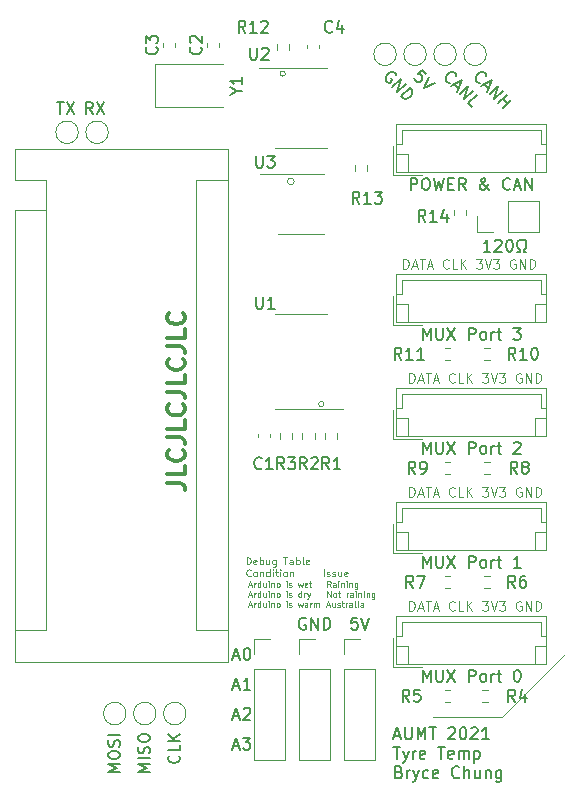
<source format=gbr>
%TF.GenerationSoftware,KiCad,Pcbnew,(5.1.9)-1*%
%TF.CreationDate,2021-07-30T23:28:39+09:30*%
%TF.ProjectId,tyre_temp_sense,74797265-5f74-4656-9d70-5f73656e7365,rev?*%
%TF.SameCoordinates,Original*%
%TF.FileFunction,Legend,Top*%
%TF.FilePolarity,Positive*%
%FSLAX46Y46*%
G04 Gerber Fmt 4.6, Leading zero omitted, Abs format (unit mm)*
G04 Created by KiCad (PCBNEW (5.1.9)-1) date 2021-07-30 23:28:39*
%MOMM*%
%LPD*%
G01*
G04 APERTURE LIST*
%ADD10C,0.300000*%
%ADD11C,0.120000*%
%ADD12C,0.100000*%
%ADD13C,0.110000*%
%ADD14C,0.150000*%
G04 APERTURE END LIST*
D10*
X84688571Y-79468571D02*
X85760000Y-79468571D01*
X85974285Y-79540000D01*
X86117142Y-79682857D01*
X86188571Y-79897142D01*
X86188571Y-80040000D01*
X86188571Y-78040000D02*
X86188571Y-78754285D01*
X84688571Y-78754285D01*
X86045714Y-76682857D02*
X86117142Y-76754285D01*
X86188571Y-76968571D01*
X86188571Y-77111428D01*
X86117142Y-77325714D01*
X85974285Y-77468571D01*
X85831428Y-77540000D01*
X85545714Y-77611428D01*
X85331428Y-77611428D01*
X85045714Y-77540000D01*
X84902857Y-77468571D01*
X84760000Y-77325714D01*
X84688571Y-77111428D01*
X84688571Y-76968571D01*
X84760000Y-76754285D01*
X84831428Y-76682857D01*
X84688571Y-75611428D02*
X85760000Y-75611428D01*
X85974285Y-75682857D01*
X86117142Y-75825714D01*
X86188571Y-76040000D01*
X86188571Y-76182857D01*
X86188571Y-74182857D02*
X86188571Y-74897142D01*
X84688571Y-74897142D01*
X86045714Y-72825714D02*
X86117142Y-72897142D01*
X86188571Y-73111428D01*
X86188571Y-73254285D01*
X86117142Y-73468571D01*
X85974285Y-73611428D01*
X85831428Y-73682857D01*
X85545714Y-73754285D01*
X85331428Y-73754285D01*
X85045714Y-73682857D01*
X84902857Y-73611428D01*
X84760000Y-73468571D01*
X84688571Y-73254285D01*
X84688571Y-73111428D01*
X84760000Y-72897142D01*
X84831428Y-72825714D01*
X84688571Y-71754285D02*
X85760000Y-71754285D01*
X85974285Y-71825714D01*
X86117142Y-71968571D01*
X86188571Y-72182857D01*
X86188571Y-72325714D01*
X86188571Y-70325714D02*
X86188571Y-71040000D01*
X84688571Y-71040000D01*
X86045714Y-68968571D02*
X86117142Y-69040000D01*
X86188571Y-69254285D01*
X86188571Y-69397142D01*
X86117142Y-69611428D01*
X85974285Y-69754285D01*
X85831428Y-69825714D01*
X85545714Y-69897142D01*
X85331428Y-69897142D01*
X85045714Y-69825714D01*
X84902857Y-69754285D01*
X84760000Y-69611428D01*
X84688571Y-69397142D01*
X84688571Y-69254285D01*
X84760000Y-69040000D01*
X84831428Y-68968571D01*
X84688571Y-67897142D02*
X85760000Y-67897142D01*
X85974285Y-67968571D01*
X86117142Y-68111428D01*
X86188571Y-68325714D01*
X86188571Y-68468571D01*
X86188571Y-66468571D02*
X86188571Y-67182857D01*
X84688571Y-67182857D01*
X86045714Y-65111428D02*
X86117142Y-65182857D01*
X86188571Y-65397142D01*
X86188571Y-65540000D01*
X86117142Y-65754285D01*
X85974285Y-65897142D01*
X85831428Y-65968571D01*
X85545714Y-66040000D01*
X85331428Y-66040000D01*
X85045714Y-65968571D01*
X84902857Y-65897142D01*
X84760000Y-65754285D01*
X84688571Y-65540000D01*
X84688571Y-65397142D01*
X84760000Y-65182857D01*
X84831428Y-65111428D01*
D11*
X97955610Y-72800000D02*
G75*
G03*
X97955610Y-72800000I-225610J0D01*
G01*
X95424605Y-53940000D02*
G75*
G03*
X95424605Y-53940000I-284605J0D01*
G01*
X94684722Y-44820000D02*
G75*
G03*
X94684722Y-44820000I-224722J0D01*
G01*
D12*
X98513761Y-88276190D02*
X98347095Y-88038095D01*
X98228047Y-88276190D02*
X98228047Y-87776190D01*
X98418523Y-87776190D01*
X98466142Y-87800000D01*
X98489952Y-87823809D01*
X98513761Y-87871428D01*
X98513761Y-87942857D01*
X98489952Y-87990476D01*
X98466142Y-88014285D01*
X98418523Y-88038095D01*
X98228047Y-88038095D01*
X98942333Y-88276190D02*
X98942333Y-88014285D01*
X98918523Y-87966666D01*
X98870904Y-87942857D01*
X98775666Y-87942857D01*
X98728047Y-87966666D01*
X98942333Y-88252380D02*
X98894714Y-88276190D01*
X98775666Y-88276190D01*
X98728047Y-88252380D01*
X98704238Y-88204761D01*
X98704238Y-88157142D01*
X98728047Y-88109523D01*
X98775666Y-88085714D01*
X98894714Y-88085714D01*
X98942333Y-88061904D01*
X99180428Y-88276190D02*
X99180428Y-87942857D01*
X99180428Y-87776190D02*
X99156619Y-87800000D01*
X99180428Y-87823809D01*
X99204238Y-87800000D01*
X99180428Y-87776190D01*
X99180428Y-87823809D01*
X99418523Y-87942857D02*
X99418523Y-88276190D01*
X99418523Y-87990476D02*
X99442333Y-87966666D01*
X99489952Y-87942857D01*
X99561380Y-87942857D01*
X99609000Y-87966666D01*
X99632809Y-88014285D01*
X99632809Y-88276190D01*
X99870904Y-88276190D02*
X99870904Y-87942857D01*
X99870904Y-87776190D02*
X99847095Y-87800000D01*
X99870904Y-87823809D01*
X99894714Y-87800000D01*
X99870904Y-87776190D01*
X99870904Y-87823809D01*
X100109000Y-87942857D02*
X100109000Y-88276190D01*
X100109000Y-87990476D02*
X100132809Y-87966666D01*
X100180428Y-87942857D01*
X100251857Y-87942857D01*
X100299476Y-87966666D01*
X100323285Y-88014285D01*
X100323285Y-88276190D01*
X100775666Y-87942857D02*
X100775666Y-88347619D01*
X100751857Y-88395238D01*
X100728047Y-88419047D01*
X100680428Y-88442857D01*
X100609000Y-88442857D01*
X100561380Y-88419047D01*
X100775666Y-88252380D02*
X100728047Y-88276190D01*
X100632809Y-88276190D01*
X100585190Y-88252380D01*
X100561380Y-88228571D01*
X100537571Y-88180952D01*
X100537571Y-88038095D01*
X100561380Y-87990476D01*
X100585190Y-87966666D01*
X100632809Y-87942857D01*
X100728047Y-87942857D01*
X100775666Y-87966666D01*
X98228047Y-89126190D02*
X98228047Y-88626190D01*
X98513761Y-89126190D01*
X98513761Y-88626190D01*
X98823285Y-89126190D02*
X98775666Y-89102380D01*
X98751857Y-89078571D01*
X98728047Y-89030952D01*
X98728047Y-88888095D01*
X98751857Y-88840476D01*
X98775666Y-88816666D01*
X98823285Y-88792857D01*
X98894714Y-88792857D01*
X98942333Y-88816666D01*
X98966142Y-88840476D01*
X98989952Y-88888095D01*
X98989952Y-89030952D01*
X98966142Y-89078571D01*
X98942333Y-89102380D01*
X98894714Y-89126190D01*
X98823285Y-89126190D01*
X99132809Y-88792857D02*
X99323285Y-88792857D01*
X99204238Y-88626190D02*
X99204238Y-89054761D01*
X99228047Y-89102380D01*
X99275666Y-89126190D01*
X99323285Y-89126190D01*
X99870904Y-89126190D02*
X99870904Y-88792857D01*
X99870904Y-88888095D02*
X99894714Y-88840476D01*
X99918523Y-88816666D01*
X99966142Y-88792857D01*
X100013761Y-88792857D01*
X100394714Y-89126190D02*
X100394714Y-88864285D01*
X100370904Y-88816666D01*
X100323285Y-88792857D01*
X100228047Y-88792857D01*
X100180428Y-88816666D01*
X100394714Y-89102380D02*
X100347095Y-89126190D01*
X100228047Y-89126190D01*
X100180428Y-89102380D01*
X100156619Y-89054761D01*
X100156619Y-89007142D01*
X100180428Y-88959523D01*
X100228047Y-88935714D01*
X100347095Y-88935714D01*
X100394714Y-88911904D01*
X100632809Y-89126190D02*
X100632809Y-88792857D01*
X100632809Y-88626190D02*
X100609000Y-88650000D01*
X100632809Y-88673809D01*
X100656619Y-88650000D01*
X100632809Y-88626190D01*
X100632809Y-88673809D01*
X100870904Y-88792857D02*
X100870904Y-89126190D01*
X100870904Y-88840476D02*
X100894714Y-88816666D01*
X100942333Y-88792857D01*
X101013761Y-88792857D01*
X101061380Y-88816666D01*
X101085190Y-88864285D01*
X101085190Y-89126190D01*
X101323285Y-89126190D02*
X101323285Y-88792857D01*
X101323285Y-88626190D02*
X101299476Y-88650000D01*
X101323285Y-88673809D01*
X101347095Y-88650000D01*
X101323285Y-88626190D01*
X101323285Y-88673809D01*
X101561380Y-88792857D02*
X101561380Y-89126190D01*
X101561380Y-88840476D02*
X101585190Y-88816666D01*
X101632809Y-88792857D01*
X101704238Y-88792857D01*
X101751857Y-88816666D01*
X101775666Y-88864285D01*
X101775666Y-89126190D01*
X102228047Y-88792857D02*
X102228047Y-89197619D01*
X102204238Y-89245238D01*
X102180428Y-89269047D01*
X102132809Y-89292857D01*
X102061380Y-89292857D01*
X102013761Y-89269047D01*
X102228047Y-89102380D02*
X102180428Y-89126190D01*
X102085190Y-89126190D01*
X102037571Y-89102380D01*
X102013761Y-89078571D01*
X101989952Y-89030952D01*
X101989952Y-88888095D01*
X102013761Y-88840476D01*
X102037571Y-88816666D01*
X102085190Y-88792857D01*
X102180428Y-88792857D01*
X102228047Y-88816666D01*
X98204238Y-89833333D02*
X98442333Y-89833333D01*
X98156619Y-89976190D02*
X98323285Y-89476190D01*
X98489952Y-89976190D01*
X98870904Y-89642857D02*
X98870904Y-89976190D01*
X98656619Y-89642857D02*
X98656619Y-89904761D01*
X98680428Y-89952380D01*
X98728047Y-89976190D01*
X98799476Y-89976190D01*
X98847095Y-89952380D01*
X98870904Y-89928571D01*
X99085190Y-89952380D02*
X99132809Y-89976190D01*
X99228047Y-89976190D01*
X99275666Y-89952380D01*
X99299476Y-89904761D01*
X99299476Y-89880952D01*
X99275666Y-89833333D01*
X99228047Y-89809523D01*
X99156619Y-89809523D01*
X99109000Y-89785714D01*
X99085190Y-89738095D01*
X99085190Y-89714285D01*
X99109000Y-89666666D01*
X99156619Y-89642857D01*
X99228047Y-89642857D01*
X99275666Y-89666666D01*
X99442333Y-89642857D02*
X99632809Y-89642857D01*
X99513761Y-89476190D02*
X99513761Y-89904761D01*
X99537571Y-89952380D01*
X99585190Y-89976190D01*
X99632809Y-89976190D01*
X99799476Y-89976190D02*
X99799476Y-89642857D01*
X99799476Y-89738095D02*
X99823285Y-89690476D01*
X99847095Y-89666666D01*
X99894714Y-89642857D01*
X99942333Y-89642857D01*
X100323285Y-89976190D02*
X100323285Y-89714285D01*
X100299476Y-89666666D01*
X100251857Y-89642857D01*
X100156619Y-89642857D01*
X100109000Y-89666666D01*
X100323285Y-89952380D02*
X100275666Y-89976190D01*
X100156619Y-89976190D01*
X100109000Y-89952380D01*
X100085190Y-89904761D01*
X100085190Y-89857142D01*
X100109000Y-89809523D01*
X100156619Y-89785714D01*
X100275666Y-89785714D01*
X100323285Y-89761904D01*
X100632809Y-89976190D02*
X100585190Y-89952380D01*
X100561380Y-89904761D01*
X100561380Y-89476190D01*
X100823285Y-89976190D02*
X100823285Y-89642857D01*
X100823285Y-89476190D02*
X100799476Y-89500000D01*
X100823285Y-89523809D01*
X100847095Y-89500000D01*
X100823285Y-89476190D01*
X100823285Y-89523809D01*
X101275666Y-89976190D02*
X101275666Y-89714285D01*
X101251857Y-89666666D01*
X101204238Y-89642857D01*
X101109000Y-89642857D01*
X101061380Y-89666666D01*
X101275666Y-89952380D02*
X101228047Y-89976190D01*
X101109000Y-89976190D01*
X101061380Y-89952380D01*
X101037571Y-89904761D01*
X101037571Y-89857142D01*
X101061380Y-89809523D01*
X101109000Y-89785714D01*
X101228047Y-89785714D01*
X101275666Y-89761904D01*
X91600238Y-88133333D02*
X91838333Y-88133333D01*
X91552619Y-88276190D02*
X91719285Y-87776190D01*
X91885952Y-88276190D01*
X92052619Y-88276190D02*
X92052619Y-87942857D01*
X92052619Y-88038095D02*
X92076428Y-87990476D01*
X92100238Y-87966666D01*
X92147857Y-87942857D01*
X92195476Y-87942857D01*
X92576428Y-88276190D02*
X92576428Y-87776190D01*
X92576428Y-88252380D02*
X92528809Y-88276190D01*
X92433571Y-88276190D01*
X92385952Y-88252380D01*
X92362142Y-88228571D01*
X92338333Y-88180952D01*
X92338333Y-88038095D01*
X92362142Y-87990476D01*
X92385952Y-87966666D01*
X92433571Y-87942857D01*
X92528809Y-87942857D01*
X92576428Y-87966666D01*
X93028809Y-87942857D02*
X93028809Y-88276190D01*
X92814523Y-87942857D02*
X92814523Y-88204761D01*
X92838333Y-88252380D01*
X92885952Y-88276190D01*
X92957380Y-88276190D01*
X93005000Y-88252380D01*
X93028809Y-88228571D01*
X93266904Y-88276190D02*
X93266904Y-87942857D01*
X93266904Y-87776190D02*
X93243095Y-87800000D01*
X93266904Y-87823809D01*
X93290714Y-87800000D01*
X93266904Y-87776190D01*
X93266904Y-87823809D01*
X93505000Y-87942857D02*
X93505000Y-88276190D01*
X93505000Y-87990476D02*
X93528809Y-87966666D01*
X93576428Y-87942857D01*
X93647857Y-87942857D01*
X93695476Y-87966666D01*
X93719285Y-88014285D01*
X93719285Y-88276190D01*
X94028809Y-88276190D02*
X93981190Y-88252380D01*
X93957380Y-88228571D01*
X93933571Y-88180952D01*
X93933571Y-88038095D01*
X93957380Y-87990476D01*
X93981190Y-87966666D01*
X94028809Y-87942857D01*
X94100238Y-87942857D01*
X94147857Y-87966666D01*
X94171666Y-87990476D01*
X94195476Y-88038095D01*
X94195476Y-88180952D01*
X94171666Y-88228571D01*
X94147857Y-88252380D01*
X94100238Y-88276190D01*
X94028809Y-88276190D01*
X94790714Y-88276190D02*
X94790714Y-87942857D01*
X94790714Y-87776190D02*
X94766904Y-87800000D01*
X94790714Y-87823809D01*
X94814523Y-87800000D01*
X94790714Y-87776190D01*
X94790714Y-87823809D01*
X95005000Y-88252380D02*
X95052619Y-88276190D01*
X95147857Y-88276190D01*
X95195476Y-88252380D01*
X95219285Y-88204761D01*
X95219285Y-88180952D01*
X95195476Y-88133333D01*
X95147857Y-88109523D01*
X95076428Y-88109523D01*
X95028809Y-88085714D01*
X95005000Y-88038095D01*
X95005000Y-88014285D01*
X95028809Y-87966666D01*
X95076428Y-87942857D01*
X95147857Y-87942857D01*
X95195476Y-87966666D01*
X95766904Y-87942857D02*
X95862142Y-88276190D01*
X95957380Y-88038095D01*
X96052619Y-88276190D01*
X96147857Y-87942857D01*
X96528809Y-88252380D02*
X96481190Y-88276190D01*
X96385952Y-88276190D01*
X96338333Y-88252380D01*
X96314523Y-88204761D01*
X96314523Y-88014285D01*
X96338333Y-87966666D01*
X96385952Y-87942857D01*
X96481190Y-87942857D01*
X96528809Y-87966666D01*
X96552619Y-88014285D01*
X96552619Y-88061904D01*
X96314523Y-88109523D01*
X96695476Y-87942857D02*
X96885952Y-87942857D01*
X96766904Y-87776190D02*
X96766904Y-88204761D01*
X96790714Y-88252380D01*
X96838333Y-88276190D01*
X96885952Y-88276190D01*
X91600238Y-88983333D02*
X91838333Y-88983333D01*
X91552619Y-89126190D02*
X91719285Y-88626190D01*
X91885952Y-89126190D01*
X92052619Y-89126190D02*
X92052619Y-88792857D01*
X92052619Y-88888095D02*
X92076428Y-88840476D01*
X92100238Y-88816666D01*
X92147857Y-88792857D01*
X92195476Y-88792857D01*
X92576428Y-89126190D02*
X92576428Y-88626190D01*
X92576428Y-89102380D02*
X92528809Y-89126190D01*
X92433571Y-89126190D01*
X92385952Y-89102380D01*
X92362142Y-89078571D01*
X92338333Y-89030952D01*
X92338333Y-88888095D01*
X92362142Y-88840476D01*
X92385952Y-88816666D01*
X92433571Y-88792857D01*
X92528809Y-88792857D01*
X92576428Y-88816666D01*
X93028809Y-88792857D02*
X93028809Y-89126190D01*
X92814523Y-88792857D02*
X92814523Y-89054761D01*
X92838333Y-89102380D01*
X92885952Y-89126190D01*
X92957380Y-89126190D01*
X93005000Y-89102380D01*
X93028809Y-89078571D01*
X93266904Y-89126190D02*
X93266904Y-88792857D01*
X93266904Y-88626190D02*
X93243095Y-88650000D01*
X93266904Y-88673809D01*
X93290714Y-88650000D01*
X93266904Y-88626190D01*
X93266904Y-88673809D01*
X93505000Y-88792857D02*
X93505000Y-89126190D01*
X93505000Y-88840476D02*
X93528809Y-88816666D01*
X93576428Y-88792857D01*
X93647857Y-88792857D01*
X93695476Y-88816666D01*
X93719285Y-88864285D01*
X93719285Y-89126190D01*
X94028809Y-89126190D02*
X93981190Y-89102380D01*
X93957380Y-89078571D01*
X93933571Y-89030952D01*
X93933571Y-88888095D01*
X93957380Y-88840476D01*
X93981190Y-88816666D01*
X94028809Y-88792857D01*
X94100238Y-88792857D01*
X94147857Y-88816666D01*
X94171666Y-88840476D01*
X94195476Y-88888095D01*
X94195476Y-89030952D01*
X94171666Y-89078571D01*
X94147857Y-89102380D01*
X94100238Y-89126190D01*
X94028809Y-89126190D01*
X94790714Y-89126190D02*
X94790714Y-88792857D01*
X94790714Y-88626190D02*
X94766904Y-88650000D01*
X94790714Y-88673809D01*
X94814523Y-88650000D01*
X94790714Y-88626190D01*
X94790714Y-88673809D01*
X95005000Y-89102380D02*
X95052619Y-89126190D01*
X95147857Y-89126190D01*
X95195476Y-89102380D01*
X95219285Y-89054761D01*
X95219285Y-89030952D01*
X95195476Y-88983333D01*
X95147857Y-88959523D01*
X95076428Y-88959523D01*
X95028809Y-88935714D01*
X95005000Y-88888095D01*
X95005000Y-88864285D01*
X95028809Y-88816666D01*
X95076428Y-88792857D01*
X95147857Y-88792857D01*
X95195476Y-88816666D01*
X96028809Y-89126190D02*
X96028809Y-88626190D01*
X96028809Y-89102380D02*
X95981190Y-89126190D01*
X95885952Y-89126190D01*
X95838333Y-89102380D01*
X95814523Y-89078571D01*
X95790714Y-89030952D01*
X95790714Y-88888095D01*
X95814523Y-88840476D01*
X95838333Y-88816666D01*
X95885952Y-88792857D01*
X95981190Y-88792857D01*
X96028809Y-88816666D01*
X96266904Y-89126190D02*
X96266904Y-88792857D01*
X96266904Y-88888095D02*
X96290714Y-88840476D01*
X96314523Y-88816666D01*
X96362142Y-88792857D01*
X96409761Y-88792857D01*
X96528809Y-88792857D02*
X96647857Y-89126190D01*
X96766904Y-88792857D02*
X96647857Y-89126190D01*
X96600238Y-89245238D01*
X96576428Y-89269047D01*
X96528809Y-89292857D01*
X91600238Y-89833333D02*
X91838333Y-89833333D01*
X91552619Y-89976190D02*
X91719285Y-89476190D01*
X91885952Y-89976190D01*
X92052619Y-89976190D02*
X92052619Y-89642857D01*
X92052619Y-89738095D02*
X92076428Y-89690476D01*
X92100238Y-89666666D01*
X92147857Y-89642857D01*
X92195476Y-89642857D01*
X92576428Y-89976190D02*
X92576428Y-89476190D01*
X92576428Y-89952380D02*
X92528809Y-89976190D01*
X92433571Y-89976190D01*
X92385952Y-89952380D01*
X92362142Y-89928571D01*
X92338333Y-89880952D01*
X92338333Y-89738095D01*
X92362142Y-89690476D01*
X92385952Y-89666666D01*
X92433571Y-89642857D01*
X92528809Y-89642857D01*
X92576428Y-89666666D01*
X93028809Y-89642857D02*
X93028809Y-89976190D01*
X92814523Y-89642857D02*
X92814523Y-89904761D01*
X92838333Y-89952380D01*
X92885952Y-89976190D01*
X92957380Y-89976190D01*
X93005000Y-89952380D01*
X93028809Y-89928571D01*
X93266904Y-89976190D02*
X93266904Y-89642857D01*
X93266904Y-89476190D02*
X93243095Y-89500000D01*
X93266904Y-89523809D01*
X93290714Y-89500000D01*
X93266904Y-89476190D01*
X93266904Y-89523809D01*
X93505000Y-89642857D02*
X93505000Y-89976190D01*
X93505000Y-89690476D02*
X93528809Y-89666666D01*
X93576428Y-89642857D01*
X93647857Y-89642857D01*
X93695476Y-89666666D01*
X93719285Y-89714285D01*
X93719285Y-89976190D01*
X94028809Y-89976190D02*
X93981190Y-89952380D01*
X93957380Y-89928571D01*
X93933571Y-89880952D01*
X93933571Y-89738095D01*
X93957380Y-89690476D01*
X93981190Y-89666666D01*
X94028809Y-89642857D01*
X94100238Y-89642857D01*
X94147857Y-89666666D01*
X94171666Y-89690476D01*
X94195476Y-89738095D01*
X94195476Y-89880952D01*
X94171666Y-89928571D01*
X94147857Y-89952380D01*
X94100238Y-89976190D01*
X94028809Y-89976190D01*
X94790714Y-89976190D02*
X94790714Y-89642857D01*
X94790714Y-89476190D02*
X94766904Y-89500000D01*
X94790714Y-89523809D01*
X94814523Y-89500000D01*
X94790714Y-89476190D01*
X94790714Y-89523809D01*
X95005000Y-89952380D02*
X95052619Y-89976190D01*
X95147857Y-89976190D01*
X95195476Y-89952380D01*
X95219285Y-89904761D01*
X95219285Y-89880952D01*
X95195476Y-89833333D01*
X95147857Y-89809523D01*
X95076428Y-89809523D01*
X95028809Y-89785714D01*
X95005000Y-89738095D01*
X95005000Y-89714285D01*
X95028809Y-89666666D01*
X95076428Y-89642857D01*
X95147857Y-89642857D01*
X95195476Y-89666666D01*
X95766904Y-89642857D02*
X95862142Y-89976190D01*
X95957380Y-89738095D01*
X96052619Y-89976190D01*
X96147857Y-89642857D01*
X96552619Y-89976190D02*
X96552619Y-89714285D01*
X96528809Y-89666666D01*
X96481190Y-89642857D01*
X96385952Y-89642857D01*
X96338333Y-89666666D01*
X96552619Y-89952380D02*
X96505000Y-89976190D01*
X96385952Y-89976190D01*
X96338333Y-89952380D01*
X96314523Y-89904761D01*
X96314523Y-89857142D01*
X96338333Y-89809523D01*
X96385952Y-89785714D01*
X96505000Y-89785714D01*
X96552619Y-89761904D01*
X96790714Y-89976190D02*
X96790714Y-89642857D01*
X96790714Y-89738095D02*
X96814523Y-89690476D01*
X96838333Y-89666666D01*
X96885952Y-89642857D01*
X96933571Y-89642857D01*
X97100238Y-89976190D02*
X97100238Y-89642857D01*
X97100238Y-89690476D02*
X97124047Y-89666666D01*
X97171666Y-89642857D01*
X97243095Y-89642857D01*
X97290714Y-89666666D01*
X97314523Y-89714285D01*
X97314523Y-89976190D01*
X97314523Y-89714285D02*
X97338333Y-89666666D01*
X97385952Y-89642857D01*
X97457380Y-89642857D01*
X97505000Y-89666666D01*
X97528809Y-89714285D01*
X97528809Y-89976190D01*
D13*
X91400357Y-86380428D02*
X91400357Y-85780428D01*
X91543214Y-85780428D01*
X91628928Y-85809000D01*
X91686071Y-85866142D01*
X91714642Y-85923285D01*
X91743214Y-86037571D01*
X91743214Y-86123285D01*
X91714642Y-86237571D01*
X91686071Y-86294714D01*
X91628928Y-86351857D01*
X91543214Y-86380428D01*
X91400357Y-86380428D01*
X92228928Y-86351857D02*
X92171785Y-86380428D01*
X92057500Y-86380428D01*
X92000357Y-86351857D01*
X91971785Y-86294714D01*
X91971785Y-86066142D01*
X92000357Y-86009000D01*
X92057500Y-85980428D01*
X92171785Y-85980428D01*
X92228928Y-86009000D01*
X92257500Y-86066142D01*
X92257500Y-86123285D01*
X91971785Y-86180428D01*
X92514642Y-86380428D02*
X92514642Y-85780428D01*
X92514642Y-86009000D02*
X92571785Y-85980428D01*
X92686071Y-85980428D01*
X92743214Y-86009000D01*
X92771785Y-86037571D01*
X92800357Y-86094714D01*
X92800357Y-86266142D01*
X92771785Y-86323285D01*
X92743214Y-86351857D01*
X92686071Y-86380428D01*
X92571785Y-86380428D01*
X92514642Y-86351857D01*
X93314642Y-85980428D02*
X93314642Y-86380428D01*
X93057500Y-85980428D02*
X93057500Y-86294714D01*
X93086071Y-86351857D01*
X93143214Y-86380428D01*
X93228928Y-86380428D01*
X93286071Y-86351857D01*
X93314642Y-86323285D01*
X93857500Y-85980428D02*
X93857500Y-86466142D01*
X93828928Y-86523285D01*
X93800357Y-86551857D01*
X93743214Y-86580428D01*
X93657500Y-86580428D01*
X93600357Y-86551857D01*
X93857500Y-86351857D02*
X93800357Y-86380428D01*
X93686071Y-86380428D01*
X93628928Y-86351857D01*
X93600357Y-86323285D01*
X93571785Y-86266142D01*
X93571785Y-86094714D01*
X93600357Y-86037571D01*
X93628928Y-86009000D01*
X93686071Y-85980428D01*
X93800357Y-85980428D01*
X93857500Y-86009000D01*
X94514642Y-85780428D02*
X94857500Y-85780428D01*
X94686071Y-86380428D02*
X94686071Y-85780428D01*
X95314642Y-86380428D02*
X95314642Y-86066142D01*
X95286071Y-86009000D01*
X95228928Y-85980428D01*
X95114642Y-85980428D01*
X95057500Y-86009000D01*
X95314642Y-86351857D02*
X95257500Y-86380428D01*
X95114642Y-86380428D01*
X95057500Y-86351857D01*
X95028928Y-86294714D01*
X95028928Y-86237571D01*
X95057500Y-86180428D01*
X95114642Y-86151857D01*
X95257500Y-86151857D01*
X95314642Y-86123285D01*
X95600357Y-86380428D02*
X95600357Y-85780428D01*
X95600357Y-86009000D02*
X95657500Y-85980428D01*
X95771785Y-85980428D01*
X95828928Y-86009000D01*
X95857500Y-86037571D01*
X95886071Y-86094714D01*
X95886071Y-86266142D01*
X95857500Y-86323285D01*
X95828928Y-86351857D01*
X95771785Y-86380428D01*
X95657500Y-86380428D01*
X95600357Y-86351857D01*
X96228928Y-86380428D02*
X96171785Y-86351857D01*
X96143214Y-86294714D01*
X96143214Y-85780428D01*
X96686071Y-86351857D02*
X96628928Y-86380428D01*
X96514642Y-86380428D01*
X96457500Y-86351857D01*
X96428928Y-86294714D01*
X96428928Y-86066142D01*
X96457500Y-86009000D01*
X96514642Y-85980428D01*
X96628928Y-85980428D01*
X96686071Y-86009000D01*
X96714642Y-86066142D01*
X96714642Y-86123285D01*
X96428928Y-86180428D01*
X91743214Y-87333285D02*
X91714642Y-87361857D01*
X91628928Y-87390428D01*
X91571785Y-87390428D01*
X91486071Y-87361857D01*
X91428928Y-87304714D01*
X91400357Y-87247571D01*
X91371785Y-87133285D01*
X91371785Y-87047571D01*
X91400357Y-86933285D01*
X91428928Y-86876142D01*
X91486071Y-86819000D01*
X91571785Y-86790428D01*
X91628928Y-86790428D01*
X91714642Y-86819000D01*
X91743214Y-86847571D01*
X92086071Y-87390428D02*
X92028928Y-87361857D01*
X92000357Y-87333285D01*
X91971785Y-87276142D01*
X91971785Y-87104714D01*
X92000357Y-87047571D01*
X92028928Y-87019000D01*
X92086071Y-86990428D01*
X92171785Y-86990428D01*
X92228928Y-87019000D01*
X92257500Y-87047571D01*
X92286071Y-87104714D01*
X92286071Y-87276142D01*
X92257500Y-87333285D01*
X92228928Y-87361857D01*
X92171785Y-87390428D01*
X92086071Y-87390428D01*
X92543214Y-86990428D02*
X92543214Y-87390428D01*
X92543214Y-87047571D02*
X92571785Y-87019000D01*
X92628928Y-86990428D01*
X92714642Y-86990428D01*
X92771785Y-87019000D01*
X92800357Y-87076142D01*
X92800357Y-87390428D01*
X93343214Y-87390428D02*
X93343214Y-86790428D01*
X93343214Y-87361857D02*
X93286071Y-87390428D01*
X93171785Y-87390428D01*
X93114642Y-87361857D01*
X93086071Y-87333285D01*
X93057500Y-87276142D01*
X93057500Y-87104714D01*
X93086071Y-87047571D01*
X93114642Y-87019000D01*
X93171785Y-86990428D01*
X93286071Y-86990428D01*
X93343214Y-87019000D01*
X93628928Y-87390428D02*
X93628928Y-86990428D01*
X93628928Y-86790428D02*
X93600357Y-86819000D01*
X93628928Y-86847571D01*
X93657500Y-86819000D01*
X93628928Y-86790428D01*
X93628928Y-86847571D01*
X93828928Y-86990428D02*
X94057500Y-86990428D01*
X93914642Y-86790428D02*
X93914642Y-87304714D01*
X93943214Y-87361857D01*
X94000357Y-87390428D01*
X94057500Y-87390428D01*
X94257500Y-87390428D02*
X94257500Y-86990428D01*
X94257500Y-86790428D02*
X94228928Y-86819000D01*
X94257500Y-86847571D01*
X94286071Y-86819000D01*
X94257500Y-86790428D01*
X94257500Y-86847571D01*
X94628928Y-87390428D02*
X94571785Y-87361857D01*
X94543214Y-87333285D01*
X94514642Y-87276142D01*
X94514642Y-87104714D01*
X94543214Y-87047571D01*
X94571785Y-87019000D01*
X94628928Y-86990428D01*
X94714642Y-86990428D01*
X94771785Y-87019000D01*
X94800357Y-87047571D01*
X94828928Y-87104714D01*
X94828928Y-87276142D01*
X94800357Y-87333285D01*
X94771785Y-87361857D01*
X94714642Y-87390428D01*
X94628928Y-87390428D01*
X95086071Y-86990428D02*
X95086071Y-87390428D01*
X95086071Y-87047571D02*
X95114642Y-87019000D01*
X95171785Y-86990428D01*
X95257500Y-86990428D01*
X95314642Y-87019000D01*
X95343214Y-87076142D01*
X95343214Y-87390428D01*
X97914642Y-87390428D02*
X97914642Y-86790428D01*
X98171785Y-87361857D02*
X98228928Y-87390428D01*
X98343214Y-87390428D01*
X98400357Y-87361857D01*
X98428928Y-87304714D01*
X98428928Y-87276142D01*
X98400357Y-87219000D01*
X98343214Y-87190428D01*
X98257500Y-87190428D01*
X98200357Y-87161857D01*
X98171785Y-87104714D01*
X98171785Y-87076142D01*
X98200357Y-87019000D01*
X98257500Y-86990428D01*
X98343214Y-86990428D01*
X98400357Y-87019000D01*
X98657500Y-87361857D02*
X98714642Y-87390428D01*
X98828928Y-87390428D01*
X98886071Y-87361857D01*
X98914642Y-87304714D01*
X98914642Y-87276142D01*
X98886071Y-87219000D01*
X98828928Y-87190428D01*
X98743214Y-87190428D01*
X98686071Y-87161857D01*
X98657500Y-87104714D01*
X98657500Y-87076142D01*
X98686071Y-87019000D01*
X98743214Y-86990428D01*
X98828928Y-86990428D01*
X98886071Y-87019000D01*
X99428928Y-86990428D02*
X99428928Y-87390428D01*
X99171785Y-86990428D02*
X99171785Y-87304714D01*
X99200357Y-87361857D01*
X99257500Y-87390428D01*
X99343214Y-87390428D01*
X99400357Y-87361857D01*
X99428928Y-87333285D01*
X99943214Y-87361857D02*
X99886071Y-87390428D01*
X99771785Y-87390428D01*
X99714642Y-87361857D01*
X99686071Y-87304714D01*
X99686071Y-87076142D01*
X99714642Y-87019000D01*
X99771785Y-86990428D01*
X99886071Y-86990428D01*
X99943214Y-87019000D01*
X99971785Y-87076142D01*
X99971785Y-87133285D01*
X99686071Y-87190428D01*
D14*
X103919976Y-100878666D02*
X104396166Y-100878666D01*
X103824738Y-101164380D02*
X104158071Y-100164380D01*
X104491404Y-101164380D01*
X104824738Y-100164380D02*
X104824738Y-100973904D01*
X104872357Y-101069142D01*
X104919976Y-101116761D01*
X105015214Y-101164380D01*
X105205690Y-101164380D01*
X105300928Y-101116761D01*
X105348547Y-101069142D01*
X105396166Y-100973904D01*
X105396166Y-100164380D01*
X105872357Y-101164380D02*
X105872357Y-100164380D01*
X106205690Y-100878666D01*
X106539023Y-100164380D01*
X106539023Y-101164380D01*
X106872357Y-100164380D02*
X107443785Y-100164380D01*
X107158071Y-101164380D02*
X107158071Y-100164380D01*
X108491404Y-100259619D02*
X108539023Y-100212000D01*
X108634261Y-100164380D01*
X108872357Y-100164380D01*
X108967595Y-100212000D01*
X109015214Y-100259619D01*
X109062833Y-100354857D01*
X109062833Y-100450095D01*
X109015214Y-100592952D01*
X108443785Y-101164380D01*
X109062833Y-101164380D01*
X109681880Y-100164380D02*
X109777119Y-100164380D01*
X109872357Y-100212000D01*
X109919976Y-100259619D01*
X109967595Y-100354857D01*
X110015214Y-100545333D01*
X110015214Y-100783428D01*
X109967595Y-100973904D01*
X109919976Y-101069142D01*
X109872357Y-101116761D01*
X109777119Y-101164380D01*
X109681880Y-101164380D01*
X109586642Y-101116761D01*
X109539023Y-101069142D01*
X109491404Y-100973904D01*
X109443785Y-100783428D01*
X109443785Y-100545333D01*
X109491404Y-100354857D01*
X109539023Y-100259619D01*
X109586642Y-100212000D01*
X109681880Y-100164380D01*
X110396166Y-100259619D02*
X110443785Y-100212000D01*
X110539023Y-100164380D01*
X110777119Y-100164380D01*
X110872357Y-100212000D01*
X110919976Y-100259619D01*
X110967595Y-100354857D01*
X110967595Y-100450095D01*
X110919976Y-100592952D01*
X110348547Y-101164380D01*
X110967595Y-101164380D01*
X111919976Y-101164380D02*
X111348547Y-101164380D01*
X111634261Y-101164380D02*
X111634261Y-100164380D01*
X111539023Y-100307238D01*
X111443785Y-100402476D01*
X111348547Y-100450095D01*
X103824738Y-101814380D02*
X104396166Y-101814380D01*
X104110452Y-102814380D02*
X104110452Y-101814380D01*
X104634261Y-102147714D02*
X104872357Y-102814380D01*
X105110452Y-102147714D02*
X104872357Y-102814380D01*
X104777119Y-103052476D01*
X104729500Y-103100095D01*
X104634261Y-103147714D01*
X105491404Y-102814380D02*
X105491404Y-102147714D01*
X105491404Y-102338190D02*
X105539023Y-102242952D01*
X105586642Y-102195333D01*
X105681880Y-102147714D01*
X105777119Y-102147714D01*
X106491404Y-102766761D02*
X106396166Y-102814380D01*
X106205690Y-102814380D01*
X106110452Y-102766761D01*
X106062833Y-102671523D01*
X106062833Y-102290571D01*
X106110452Y-102195333D01*
X106205690Y-102147714D01*
X106396166Y-102147714D01*
X106491404Y-102195333D01*
X106539023Y-102290571D01*
X106539023Y-102385809D01*
X106062833Y-102481047D01*
X107586642Y-101814380D02*
X108158071Y-101814380D01*
X107872357Y-102814380D02*
X107872357Y-101814380D01*
X108872357Y-102766761D02*
X108777119Y-102814380D01*
X108586642Y-102814380D01*
X108491404Y-102766761D01*
X108443785Y-102671523D01*
X108443785Y-102290571D01*
X108491404Y-102195333D01*
X108586642Y-102147714D01*
X108777119Y-102147714D01*
X108872357Y-102195333D01*
X108919976Y-102290571D01*
X108919976Y-102385809D01*
X108443785Y-102481047D01*
X109348547Y-102814380D02*
X109348547Y-102147714D01*
X109348547Y-102242952D02*
X109396166Y-102195333D01*
X109491404Y-102147714D01*
X109634261Y-102147714D01*
X109729500Y-102195333D01*
X109777119Y-102290571D01*
X109777119Y-102814380D01*
X109777119Y-102290571D02*
X109824738Y-102195333D01*
X109919976Y-102147714D01*
X110062833Y-102147714D01*
X110158071Y-102195333D01*
X110205690Y-102290571D01*
X110205690Y-102814380D01*
X110681880Y-102147714D02*
X110681880Y-103147714D01*
X110681880Y-102195333D02*
X110777119Y-102147714D01*
X110967595Y-102147714D01*
X111062833Y-102195333D01*
X111110452Y-102242952D01*
X111158071Y-102338190D01*
X111158071Y-102623904D01*
X111110452Y-102719142D01*
X111062833Y-102766761D01*
X110967595Y-102814380D01*
X110777119Y-102814380D01*
X110681880Y-102766761D01*
X104300928Y-103940571D02*
X104443785Y-103988190D01*
X104491404Y-104035809D01*
X104539023Y-104131047D01*
X104539023Y-104273904D01*
X104491404Y-104369142D01*
X104443785Y-104416761D01*
X104348547Y-104464380D01*
X103967595Y-104464380D01*
X103967595Y-103464380D01*
X104300928Y-103464380D01*
X104396166Y-103512000D01*
X104443785Y-103559619D01*
X104491404Y-103654857D01*
X104491404Y-103750095D01*
X104443785Y-103845333D01*
X104396166Y-103892952D01*
X104300928Y-103940571D01*
X103967595Y-103940571D01*
X104967595Y-104464380D02*
X104967595Y-103797714D01*
X104967595Y-103988190D02*
X105015214Y-103892952D01*
X105062833Y-103845333D01*
X105158071Y-103797714D01*
X105253309Y-103797714D01*
X105491404Y-103797714D02*
X105729500Y-104464380D01*
X105967595Y-103797714D02*
X105729500Y-104464380D01*
X105634261Y-104702476D01*
X105586642Y-104750095D01*
X105491404Y-104797714D01*
X106777119Y-104416761D02*
X106681880Y-104464380D01*
X106491404Y-104464380D01*
X106396166Y-104416761D01*
X106348547Y-104369142D01*
X106300928Y-104273904D01*
X106300928Y-103988190D01*
X106348547Y-103892952D01*
X106396166Y-103845333D01*
X106491404Y-103797714D01*
X106681880Y-103797714D01*
X106777119Y-103845333D01*
X107586642Y-104416761D02*
X107491404Y-104464380D01*
X107300928Y-104464380D01*
X107205690Y-104416761D01*
X107158071Y-104321523D01*
X107158071Y-103940571D01*
X107205690Y-103845333D01*
X107300928Y-103797714D01*
X107491404Y-103797714D01*
X107586642Y-103845333D01*
X107634261Y-103940571D01*
X107634261Y-104035809D01*
X107158071Y-104131047D01*
X109396166Y-104369142D02*
X109348547Y-104416761D01*
X109205690Y-104464380D01*
X109110452Y-104464380D01*
X108967595Y-104416761D01*
X108872357Y-104321523D01*
X108824738Y-104226285D01*
X108777119Y-104035809D01*
X108777119Y-103892952D01*
X108824738Y-103702476D01*
X108872357Y-103607238D01*
X108967595Y-103512000D01*
X109110452Y-103464380D01*
X109205690Y-103464380D01*
X109348547Y-103512000D01*
X109396166Y-103559619D01*
X109824738Y-104464380D02*
X109824738Y-103464380D01*
X110253309Y-104464380D02*
X110253309Y-103940571D01*
X110205690Y-103845333D01*
X110110452Y-103797714D01*
X109967595Y-103797714D01*
X109872357Y-103845333D01*
X109824738Y-103892952D01*
X111158071Y-103797714D02*
X111158071Y-104464380D01*
X110729500Y-103797714D02*
X110729500Y-104321523D01*
X110777119Y-104416761D01*
X110872357Y-104464380D01*
X111015214Y-104464380D01*
X111110452Y-104416761D01*
X111158071Y-104369142D01*
X111634261Y-103797714D02*
X111634261Y-104464380D01*
X111634261Y-103892952D02*
X111681880Y-103845333D01*
X111777119Y-103797714D01*
X111919976Y-103797714D01*
X112015214Y-103845333D01*
X112062833Y-103940571D01*
X112062833Y-104464380D01*
X112967595Y-103797714D02*
X112967595Y-104607238D01*
X112919976Y-104702476D01*
X112872357Y-104750095D01*
X112777119Y-104797714D01*
X112634261Y-104797714D01*
X112539023Y-104750095D01*
X112967595Y-104416761D02*
X112872357Y-104464380D01*
X112681880Y-104464380D01*
X112586642Y-104416761D01*
X112539023Y-104369142D01*
X112491404Y-104273904D01*
X112491404Y-103988190D01*
X112539023Y-103892952D01*
X112586642Y-103845333D01*
X112681880Y-103797714D01*
X112872357Y-103797714D01*
X112967595Y-103845333D01*
X75351452Y-47241380D02*
X75922880Y-47241380D01*
X75637166Y-48241380D02*
X75637166Y-47241380D01*
X76160976Y-47241380D02*
X76827642Y-48241380D01*
X76827642Y-47241380D02*
X76160976Y-48241380D01*
X78367642Y-48241380D02*
X78034309Y-47765190D01*
X77796214Y-48241380D02*
X77796214Y-47241380D01*
X78177166Y-47241380D01*
X78272404Y-47289000D01*
X78320023Y-47336619D01*
X78367642Y-47431857D01*
X78367642Y-47574714D01*
X78320023Y-47669952D01*
X78272404Y-47717571D01*
X78177166Y-47765190D01*
X77796214Y-47765190D01*
X78700976Y-47241380D02*
X79367642Y-48241380D01*
X79367642Y-47241380D02*
X78700976Y-48241380D01*
X85669142Y-102554500D02*
X85716761Y-102602119D01*
X85764380Y-102744976D01*
X85764380Y-102840214D01*
X85716761Y-102983071D01*
X85621523Y-103078309D01*
X85526285Y-103125928D01*
X85335809Y-103173547D01*
X85192952Y-103173547D01*
X85002476Y-103125928D01*
X84907238Y-103078309D01*
X84812000Y-102983071D01*
X84764380Y-102840214D01*
X84764380Y-102744976D01*
X84812000Y-102602119D01*
X84859619Y-102554500D01*
X85764380Y-101649738D02*
X85764380Y-102125928D01*
X84764380Y-102125928D01*
X85764380Y-101316404D02*
X84764380Y-101316404D01*
X85764380Y-100744976D02*
X85192952Y-101173547D01*
X84764380Y-100744976D02*
X85335809Y-101316404D01*
X83224380Y-103935452D02*
X82224380Y-103935452D01*
X82938666Y-103602119D01*
X82224380Y-103268785D01*
X83224380Y-103268785D01*
X83224380Y-102792595D02*
X82224380Y-102792595D01*
X83176761Y-102364023D02*
X83224380Y-102221166D01*
X83224380Y-101983071D01*
X83176761Y-101887833D01*
X83129142Y-101840214D01*
X83033904Y-101792595D01*
X82938666Y-101792595D01*
X82843428Y-101840214D01*
X82795809Y-101887833D01*
X82748190Y-101983071D01*
X82700571Y-102173547D01*
X82652952Y-102268785D01*
X82605333Y-102316404D01*
X82510095Y-102364023D01*
X82414857Y-102364023D01*
X82319619Y-102316404D01*
X82272000Y-102268785D01*
X82224380Y-102173547D01*
X82224380Y-101935452D01*
X82272000Y-101792595D01*
X82224380Y-101173547D02*
X82224380Y-100983071D01*
X82272000Y-100887833D01*
X82367238Y-100792595D01*
X82557714Y-100744976D01*
X82891047Y-100744976D01*
X83081523Y-100792595D01*
X83176761Y-100887833D01*
X83224380Y-100983071D01*
X83224380Y-101173547D01*
X83176761Y-101268785D01*
X83081523Y-101364023D01*
X82891047Y-101411642D01*
X82557714Y-101411642D01*
X82367238Y-101364023D01*
X82272000Y-101268785D01*
X82224380Y-101173547D01*
X80684380Y-103935452D02*
X79684380Y-103935452D01*
X80398666Y-103602119D01*
X79684380Y-103268785D01*
X80684380Y-103268785D01*
X79684380Y-102602119D02*
X79684380Y-102411642D01*
X79732000Y-102316404D01*
X79827238Y-102221166D01*
X80017714Y-102173547D01*
X80351047Y-102173547D01*
X80541523Y-102221166D01*
X80636761Y-102316404D01*
X80684380Y-102411642D01*
X80684380Y-102602119D01*
X80636761Y-102697357D01*
X80541523Y-102792595D01*
X80351047Y-102840214D01*
X80017714Y-102840214D01*
X79827238Y-102792595D01*
X79732000Y-102697357D01*
X79684380Y-102602119D01*
X80636761Y-101792595D02*
X80684380Y-101649738D01*
X80684380Y-101411642D01*
X80636761Y-101316404D01*
X80589142Y-101268785D01*
X80493904Y-101221166D01*
X80398666Y-101221166D01*
X80303428Y-101268785D01*
X80255809Y-101316404D01*
X80208190Y-101411642D01*
X80160571Y-101602119D01*
X80112952Y-101697357D01*
X80065333Y-101744976D01*
X79970095Y-101792595D01*
X79874857Y-101792595D01*
X79779619Y-101744976D01*
X79732000Y-101697357D01*
X79684380Y-101602119D01*
X79684380Y-101364023D01*
X79732000Y-101221166D01*
X80684380Y-100792595D02*
X79684380Y-100792595D01*
D11*
X113030000Y-99314000D02*
X107188000Y-99314000D01*
X113030000Y-99314000D02*
X118364000Y-93980000D01*
D12*
X105182095Y-90277904D02*
X105182095Y-89477904D01*
X105372571Y-89477904D01*
X105486857Y-89516000D01*
X105563047Y-89592190D01*
X105601142Y-89668380D01*
X105639238Y-89820761D01*
X105639238Y-89935047D01*
X105601142Y-90087428D01*
X105563047Y-90163619D01*
X105486857Y-90239809D01*
X105372571Y-90277904D01*
X105182095Y-90277904D01*
X105944000Y-90049333D02*
X106324952Y-90049333D01*
X105867809Y-90277904D02*
X106134476Y-89477904D01*
X106401142Y-90277904D01*
X106553523Y-89477904D02*
X107010666Y-89477904D01*
X106782095Y-90277904D02*
X106782095Y-89477904D01*
X107239238Y-90049333D02*
X107620190Y-90049333D01*
X107163047Y-90277904D02*
X107429714Y-89477904D01*
X107696380Y-90277904D01*
X109029714Y-90201714D02*
X108991619Y-90239809D01*
X108877333Y-90277904D01*
X108801142Y-90277904D01*
X108686857Y-90239809D01*
X108610666Y-90163619D01*
X108572571Y-90087428D01*
X108534476Y-89935047D01*
X108534476Y-89820761D01*
X108572571Y-89668380D01*
X108610666Y-89592190D01*
X108686857Y-89516000D01*
X108801142Y-89477904D01*
X108877333Y-89477904D01*
X108991619Y-89516000D01*
X109029714Y-89554095D01*
X109753523Y-90277904D02*
X109372571Y-90277904D01*
X109372571Y-89477904D01*
X110020190Y-90277904D02*
X110020190Y-89477904D01*
X110477333Y-90277904D02*
X110134476Y-89820761D01*
X110477333Y-89477904D02*
X110020190Y-89935047D01*
X111353523Y-89477904D02*
X111848761Y-89477904D01*
X111582095Y-89782666D01*
X111696380Y-89782666D01*
X111772571Y-89820761D01*
X111810666Y-89858857D01*
X111848761Y-89935047D01*
X111848761Y-90125523D01*
X111810666Y-90201714D01*
X111772571Y-90239809D01*
X111696380Y-90277904D01*
X111467809Y-90277904D01*
X111391619Y-90239809D01*
X111353523Y-90201714D01*
X112077333Y-89477904D02*
X112344000Y-90277904D01*
X112610666Y-89477904D01*
X112801142Y-89477904D02*
X113296380Y-89477904D01*
X113029714Y-89782666D01*
X113144000Y-89782666D01*
X113220190Y-89820761D01*
X113258285Y-89858857D01*
X113296380Y-89935047D01*
X113296380Y-90125523D01*
X113258285Y-90201714D01*
X113220190Y-90239809D01*
X113144000Y-90277904D01*
X112915428Y-90277904D01*
X112839238Y-90239809D01*
X112801142Y-90201714D01*
X114667809Y-89516000D02*
X114591619Y-89477904D01*
X114477333Y-89477904D01*
X114363047Y-89516000D01*
X114286857Y-89592190D01*
X114248761Y-89668380D01*
X114210666Y-89820761D01*
X114210666Y-89935047D01*
X114248761Y-90087428D01*
X114286857Y-90163619D01*
X114363047Y-90239809D01*
X114477333Y-90277904D01*
X114553523Y-90277904D01*
X114667809Y-90239809D01*
X114705904Y-90201714D01*
X114705904Y-89935047D01*
X114553523Y-89935047D01*
X115048761Y-90277904D02*
X115048761Y-89477904D01*
X115505904Y-90277904D01*
X115505904Y-89477904D01*
X115886857Y-90277904D02*
X115886857Y-89477904D01*
X116077333Y-89477904D01*
X116191619Y-89516000D01*
X116267809Y-89592190D01*
X116305904Y-89668380D01*
X116344000Y-89820761D01*
X116344000Y-89935047D01*
X116305904Y-90087428D01*
X116267809Y-90163619D01*
X116191619Y-90239809D01*
X116077333Y-90277904D01*
X115886857Y-90277904D01*
X105182095Y-80625904D02*
X105182095Y-79825904D01*
X105372571Y-79825904D01*
X105486857Y-79864000D01*
X105563047Y-79940190D01*
X105601142Y-80016380D01*
X105639238Y-80168761D01*
X105639238Y-80283047D01*
X105601142Y-80435428D01*
X105563047Y-80511619D01*
X105486857Y-80587809D01*
X105372571Y-80625904D01*
X105182095Y-80625904D01*
X105944000Y-80397333D02*
X106324952Y-80397333D01*
X105867809Y-80625904D02*
X106134476Y-79825904D01*
X106401142Y-80625904D01*
X106553523Y-79825904D02*
X107010666Y-79825904D01*
X106782095Y-80625904D02*
X106782095Y-79825904D01*
X107239238Y-80397333D02*
X107620190Y-80397333D01*
X107163047Y-80625904D02*
X107429714Y-79825904D01*
X107696380Y-80625904D01*
X109029714Y-80549714D02*
X108991619Y-80587809D01*
X108877333Y-80625904D01*
X108801142Y-80625904D01*
X108686857Y-80587809D01*
X108610666Y-80511619D01*
X108572571Y-80435428D01*
X108534476Y-80283047D01*
X108534476Y-80168761D01*
X108572571Y-80016380D01*
X108610666Y-79940190D01*
X108686857Y-79864000D01*
X108801142Y-79825904D01*
X108877333Y-79825904D01*
X108991619Y-79864000D01*
X109029714Y-79902095D01*
X109753523Y-80625904D02*
X109372571Y-80625904D01*
X109372571Y-79825904D01*
X110020190Y-80625904D02*
X110020190Y-79825904D01*
X110477333Y-80625904D02*
X110134476Y-80168761D01*
X110477333Y-79825904D02*
X110020190Y-80283047D01*
X111353523Y-79825904D02*
X111848761Y-79825904D01*
X111582095Y-80130666D01*
X111696380Y-80130666D01*
X111772571Y-80168761D01*
X111810666Y-80206857D01*
X111848761Y-80283047D01*
X111848761Y-80473523D01*
X111810666Y-80549714D01*
X111772571Y-80587809D01*
X111696380Y-80625904D01*
X111467809Y-80625904D01*
X111391619Y-80587809D01*
X111353523Y-80549714D01*
X112077333Y-79825904D02*
X112344000Y-80625904D01*
X112610666Y-79825904D01*
X112801142Y-79825904D02*
X113296380Y-79825904D01*
X113029714Y-80130666D01*
X113144000Y-80130666D01*
X113220190Y-80168761D01*
X113258285Y-80206857D01*
X113296380Y-80283047D01*
X113296380Y-80473523D01*
X113258285Y-80549714D01*
X113220190Y-80587809D01*
X113144000Y-80625904D01*
X112915428Y-80625904D01*
X112839238Y-80587809D01*
X112801142Y-80549714D01*
X114667809Y-79864000D02*
X114591619Y-79825904D01*
X114477333Y-79825904D01*
X114363047Y-79864000D01*
X114286857Y-79940190D01*
X114248761Y-80016380D01*
X114210666Y-80168761D01*
X114210666Y-80283047D01*
X114248761Y-80435428D01*
X114286857Y-80511619D01*
X114363047Y-80587809D01*
X114477333Y-80625904D01*
X114553523Y-80625904D01*
X114667809Y-80587809D01*
X114705904Y-80549714D01*
X114705904Y-80283047D01*
X114553523Y-80283047D01*
X115048761Y-80625904D02*
X115048761Y-79825904D01*
X115505904Y-80625904D01*
X115505904Y-79825904D01*
X115886857Y-80625904D02*
X115886857Y-79825904D01*
X116077333Y-79825904D01*
X116191619Y-79864000D01*
X116267809Y-79940190D01*
X116305904Y-80016380D01*
X116344000Y-80168761D01*
X116344000Y-80283047D01*
X116305904Y-80435428D01*
X116267809Y-80511619D01*
X116191619Y-80587809D01*
X116077333Y-80625904D01*
X115886857Y-80625904D01*
X105182095Y-70973904D02*
X105182095Y-70173904D01*
X105372571Y-70173904D01*
X105486857Y-70212000D01*
X105563047Y-70288190D01*
X105601142Y-70364380D01*
X105639238Y-70516761D01*
X105639238Y-70631047D01*
X105601142Y-70783428D01*
X105563047Y-70859619D01*
X105486857Y-70935809D01*
X105372571Y-70973904D01*
X105182095Y-70973904D01*
X105944000Y-70745333D02*
X106324952Y-70745333D01*
X105867809Y-70973904D02*
X106134476Y-70173904D01*
X106401142Y-70973904D01*
X106553523Y-70173904D02*
X107010666Y-70173904D01*
X106782095Y-70973904D02*
X106782095Y-70173904D01*
X107239238Y-70745333D02*
X107620190Y-70745333D01*
X107163047Y-70973904D02*
X107429714Y-70173904D01*
X107696380Y-70973904D01*
X109029714Y-70897714D02*
X108991619Y-70935809D01*
X108877333Y-70973904D01*
X108801142Y-70973904D01*
X108686857Y-70935809D01*
X108610666Y-70859619D01*
X108572571Y-70783428D01*
X108534476Y-70631047D01*
X108534476Y-70516761D01*
X108572571Y-70364380D01*
X108610666Y-70288190D01*
X108686857Y-70212000D01*
X108801142Y-70173904D01*
X108877333Y-70173904D01*
X108991619Y-70212000D01*
X109029714Y-70250095D01*
X109753523Y-70973904D02*
X109372571Y-70973904D01*
X109372571Y-70173904D01*
X110020190Y-70973904D02*
X110020190Y-70173904D01*
X110477333Y-70973904D02*
X110134476Y-70516761D01*
X110477333Y-70173904D02*
X110020190Y-70631047D01*
X111353523Y-70173904D02*
X111848761Y-70173904D01*
X111582095Y-70478666D01*
X111696380Y-70478666D01*
X111772571Y-70516761D01*
X111810666Y-70554857D01*
X111848761Y-70631047D01*
X111848761Y-70821523D01*
X111810666Y-70897714D01*
X111772571Y-70935809D01*
X111696380Y-70973904D01*
X111467809Y-70973904D01*
X111391619Y-70935809D01*
X111353523Y-70897714D01*
X112077333Y-70173904D02*
X112344000Y-70973904D01*
X112610666Y-70173904D01*
X112801142Y-70173904D02*
X113296380Y-70173904D01*
X113029714Y-70478666D01*
X113144000Y-70478666D01*
X113220190Y-70516761D01*
X113258285Y-70554857D01*
X113296380Y-70631047D01*
X113296380Y-70821523D01*
X113258285Y-70897714D01*
X113220190Y-70935809D01*
X113144000Y-70973904D01*
X112915428Y-70973904D01*
X112839238Y-70935809D01*
X112801142Y-70897714D01*
X114667809Y-70212000D02*
X114591619Y-70173904D01*
X114477333Y-70173904D01*
X114363047Y-70212000D01*
X114286857Y-70288190D01*
X114248761Y-70364380D01*
X114210666Y-70516761D01*
X114210666Y-70631047D01*
X114248761Y-70783428D01*
X114286857Y-70859619D01*
X114363047Y-70935809D01*
X114477333Y-70973904D01*
X114553523Y-70973904D01*
X114667809Y-70935809D01*
X114705904Y-70897714D01*
X114705904Y-70631047D01*
X114553523Y-70631047D01*
X115048761Y-70973904D02*
X115048761Y-70173904D01*
X115505904Y-70973904D01*
X115505904Y-70173904D01*
X115886857Y-70973904D02*
X115886857Y-70173904D01*
X116077333Y-70173904D01*
X116191619Y-70212000D01*
X116267809Y-70288190D01*
X116305904Y-70364380D01*
X116344000Y-70516761D01*
X116344000Y-70631047D01*
X116305904Y-70783428D01*
X116267809Y-70859619D01*
X116191619Y-70935809D01*
X116077333Y-70973904D01*
X115886857Y-70973904D01*
X104674095Y-61321904D02*
X104674095Y-60521904D01*
X104864571Y-60521904D01*
X104978857Y-60560000D01*
X105055047Y-60636190D01*
X105093142Y-60712380D01*
X105131238Y-60864761D01*
X105131238Y-60979047D01*
X105093142Y-61131428D01*
X105055047Y-61207619D01*
X104978857Y-61283809D01*
X104864571Y-61321904D01*
X104674095Y-61321904D01*
X105436000Y-61093333D02*
X105816952Y-61093333D01*
X105359809Y-61321904D02*
X105626476Y-60521904D01*
X105893142Y-61321904D01*
X106045523Y-60521904D02*
X106502666Y-60521904D01*
X106274095Y-61321904D02*
X106274095Y-60521904D01*
X106731238Y-61093333D02*
X107112190Y-61093333D01*
X106655047Y-61321904D02*
X106921714Y-60521904D01*
X107188380Y-61321904D01*
X108521714Y-61245714D02*
X108483619Y-61283809D01*
X108369333Y-61321904D01*
X108293142Y-61321904D01*
X108178857Y-61283809D01*
X108102666Y-61207619D01*
X108064571Y-61131428D01*
X108026476Y-60979047D01*
X108026476Y-60864761D01*
X108064571Y-60712380D01*
X108102666Y-60636190D01*
X108178857Y-60560000D01*
X108293142Y-60521904D01*
X108369333Y-60521904D01*
X108483619Y-60560000D01*
X108521714Y-60598095D01*
X109245523Y-61321904D02*
X108864571Y-61321904D01*
X108864571Y-60521904D01*
X109512190Y-61321904D02*
X109512190Y-60521904D01*
X109969333Y-61321904D02*
X109626476Y-60864761D01*
X109969333Y-60521904D02*
X109512190Y-60979047D01*
X110845523Y-60521904D02*
X111340761Y-60521904D01*
X111074095Y-60826666D01*
X111188380Y-60826666D01*
X111264571Y-60864761D01*
X111302666Y-60902857D01*
X111340761Y-60979047D01*
X111340761Y-61169523D01*
X111302666Y-61245714D01*
X111264571Y-61283809D01*
X111188380Y-61321904D01*
X110959809Y-61321904D01*
X110883619Y-61283809D01*
X110845523Y-61245714D01*
X111569333Y-60521904D02*
X111836000Y-61321904D01*
X112102666Y-60521904D01*
X112293142Y-60521904D02*
X112788380Y-60521904D01*
X112521714Y-60826666D01*
X112636000Y-60826666D01*
X112712190Y-60864761D01*
X112750285Y-60902857D01*
X112788380Y-60979047D01*
X112788380Y-61169523D01*
X112750285Y-61245714D01*
X112712190Y-61283809D01*
X112636000Y-61321904D01*
X112407428Y-61321904D01*
X112331238Y-61283809D01*
X112293142Y-61245714D01*
X114159809Y-60560000D02*
X114083619Y-60521904D01*
X113969333Y-60521904D01*
X113855047Y-60560000D01*
X113778857Y-60636190D01*
X113740761Y-60712380D01*
X113702666Y-60864761D01*
X113702666Y-60979047D01*
X113740761Y-61131428D01*
X113778857Y-61207619D01*
X113855047Y-61283809D01*
X113969333Y-61321904D01*
X114045523Y-61321904D01*
X114159809Y-61283809D01*
X114197904Y-61245714D01*
X114197904Y-60979047D01*
X114045523Y-60979047D01*
X114540761Y-61321904D02*
X114540761Y-60521904D01*
X114997904Y-61321904D01*
X114997904Y-60521904D01*
X115378857Y-61321904D02*
X115378857Y-60521904D01*
X115569333Y-60521904D01*
X115683619Y-60560000D01*
X115759809Y-60636190D01*
X115797904Y-60712380D01*
X115836000Y-60864761D01*
X115836000Y-60979047D01*
X115797904Y-61131428D01*
X115759809Y-61207619D01*
X115683619Y-61283809D01*
X115569333Y-61321904D01*
X115378857Y-61321904D01*
D14*
X112045904Y-59888380D02*
X111474476Y-59888380D01*
X111760190Y-59888380D02*
X111760190Y-58888380D01*
X111664952Y-59031238D01*
X111569714Y-59126476D01*
X111474476Y-59174095D01*
X112426857Y-58983619D02*
X112474476Y-58936000D01*
X112569714Y-58888380D01*
X112807809Y-58888380D01*
X112903047Y-58936000D01*
X112950666Y-58983619D01*
X112998285Y-59078857D01*
X112998285Y-59174095D01*
X112950666Y-59316952D01*
X112379238Y-59888380D01*
X112998285Y-59888380D01*
X113617333Y-58888380D02*
X113712571Y-58888380D01*
X113807809Y-58936000D01*
X113855428Y-58983619D01*
X113903047Y-59078857D01*
X113950666Y-59269333D01*
X113950666Y-59507428D01*
X113903047Y-59697904D01*
X113855428Y-59793142D01*
X113807809Y-59840761D01*
X113712571Y-59888380D01*
X113617333Y-59888380D01*
X113522095Y-59840761D01*
X113474476Y-59793142D01*
X113426857Y-59697904D01*
X113379238Y-59507428D01*
X113379238Y-59269333D01*
X113426857Y-59078857D01*
X113474476Y-58983619D01*
X113522095Y-58936000D01*
X113617333Y-58888380D01*
X114331619Y-59888380D02*
X114569714Y-59888380D01*
X114569714Y-59697904D01*
X114474476Y-59650285D01*
X114379238Y-59555047D01*
X114331619Y-59412190D01*
X114331619Y-59174095D01*
X114379238Y-59031238D01*
X114474476Y-58936000D01*
X114617333Y-58888380D01*
X114807809Y-58888380D01*
X114950666Y-58936000D01*
X115045904Y-59031238D01*
X115093523Y-59174095D01*
X115093523Y-59412190D01*
X115045904Y-59555047D01*
X114950666Y-59650285D01*
X114855428Y-59697904D01*
X114855428Y-59888380D01*
X115093523Y-59888380D01*
X100774523Y-90892380D02*
X100298333Y-90892380D01*
X100250714Y-91368571D01*
X100298333Y-91320952D01*
X100393571Y-91273333D01*
X100631666Y-91273333D01*
X100726904Y-91320952D01*
X100774523Y-91368571D01*
X100822142Y-91463809D01*
X100822142Y-91701904D01*
X100774523Y-91797142D01*
X100726904Y-91844761D01*
X100631666Y-91892380D01*
X100393571Y-91892380D01*
X100298333Y-91844761D01*
X100250714Y-91797142D01*
X101107857Y-90892380D02*
X101441190Y-91892380D01*
X101774523Y-90892380D01*
X96393095Y-90940000D02*
X96297857Y-90892380D01*
X96155000Y-90892380D01*
X96012142Y-90940000D01*
X95916904Y-91035238D01*
X95869285Y-91130476D01*
X95821666Y-91320952D01*
X95821666Y-91463809D01*
X95869285Y-91654285D01*
X95916904Y-91749523D01*
X96012142Y-91844761D01*
X96155000Y-91892380D01*
X96250238Y-91892380D01*
X96393095Y-91844761D01*
X96440714Y-91797142D01*
X96440714Y-91463809D01*
X96250238Y-91463809D01*
X96869285Y-91892380D02*
X96869285Y-90892380D01*
X97440714Y-91892380D01*
X97440714Y-90892380D01*
X97916904Y-91892380D02*
X97916904Y-90892380D01*
X98155000Y-90892380D01*
X98297857Y-90940000D01*
X98393095Y-91035238D01*
X98440714Y-91130476D01*
X98488333Y-91320952D01*
X98488333Y-91463809D01*
X98440714Y-91654285D01*
X98393095Y-91749523D01*
X98297857Y-91844761D01*
X98155000Y-91892380D01*
X97916904Y-91892380D01*
X90287976Y-94166666D02*
X90764166Y-94166666D01*
X90192738Y-94452380D02*
X90526071Y-93452380D01*
X90859404Y-94452380D01*
X91383214Y-93452380D02*
X91478452Y-93452380D01*
X91573690Y-93500000D01*
X91621309Y-93547619D01*
X91668928Y-93642857D01*
X91716547Y-93833333D01*
X91716547Y-94071428D01*
X91668928Y-94261904D01*
X91621309Y-94357142D01*
X91573690Y-94404761D01*
X91478452Y-94452380D01*
X91383214Y-94452380D01*
X91287976Y-94404761D01*
X91240357Y-94357142D01*
X91192738Y-94261904D01*
X91145119Y-94071428D01*
X91145119Y-93833333D01*
X91192738Y-93642857D01*
X91240357Y-93547619D01*
X91287976Y-93500000D01*
X91383214Y-93452380D01*
X90287976Y-96686666D02*
X90764166Y-96686666D01*
X90192738Y-96972380D02*
X90526071Y-95972380D01*
X90859404Y-96972380D01*
X91716547Y-96972380D02*
X91145119Y-96972380D01*
X91430833Y-96972380D02*
X91430833Y-95972380D01*
X91335595Y-96115238D01*
X91240357Y-96210476D01*
X91145119Y-96258095D01*
X90285714Y-101766666D02*
X90761904Y-101766666D01*
X90190476Y-102052380D02*
X90523809Y-101052380D01*
X90857142Y-102052380D01*
X91095238Y-101052380D02*
X91714285Y-101052380D01*
X91380952Y-101433333D01*
X91523809Y-101433333D01*
X91619047Y-101480952D01*
X91666666Y-101528571D01*
X91714285Y-101623809D01*
X91714285Y-101861904D01*
X91666666Y-101957142D01*
X91619047Y-102004761D01*
X91523809Y-102052380D01*
X91238095Y-102052380D01*
X91142857Y-102004761D01*
X91095238Y-101957142D01*
X90287976Y-99226666D02*
X90764166Y-99226666D01*
X90192738Y-99512380D02*
X90526071Y-98512380D01*
X90859404Y-99512380D01*
X91145119Y-98607619D02*
X91192738Y-98560000D01*
X91287976Y-98512380D01*
X91526071Y-98512380D01*
X91621309Y-98560000D01*
X91668928Y-98607619D01*
X91716547Y-98702857D01*
X91716547Y-98798095D01*
X91668928Y-98940952D01*
X91097500Y-99512380D01*
X91716547Y-99512380D01*
X108592824Y-45597900D02*
X108525481Y-45597900D01*
X108390794Y-45530557D01*
X108323450Y-45463213D01*
X108256107Y-45328526D01*
X108256107Y-45193839D01*
X108289778Y-45092824D01*
X108390794Y-44924465D01*
X108491809Y-44823450D01*
X108660168Y-44722435D01*
X108761183Y-44688763D01*
X108895870Y-44688763D01*
X109030557Y-44756107D01*
X109097900Y-44823450D01*
X109165244Y-44958137D01*
X109165244Y-45025481D01*
X108996885Y-45732587D02*
X109333603Y-46069305D01*
X108727511Y-45867274D02*
X109670320Y-45395870D01*
X109198916Y-46338679D01*
X109434618Y-46574381D02*
X110141725Y-45867274D01*
X109838679Y-46978442D01*
X110545786Y-46271335D01*
X110512114Y-47651877D02*
X110175396Y-47315160D01*
X110882503Y-46608053D01*
X111132824Y-45597900D02*
X111065481Y-45597900D01*
X110930794Y-45530557D01*
X110863450Y-45463213D01*
X110796107Y-45328526D01*
X110796107Y-45193839D01*
X110829778Y-45092824D01*
X110930794Y-44924465D01*
X111031809Y-44823450D01*
X111200168Y-44722435D01*
X111301183Y-44688763D01*
X111435870Y-44688763D01*
X111570557Y-44756107D01*
X111637900Y-44823450D01*
X111705244Y-44958137D01*
X111705244Y-45025481D01*
X111536885Y-45732587D02*
X111873603Y-46069305D01*
X111267511Y-45867274D02*
X112210320Y-45395870D01*
X111738916Y-46338679D01*
X111974618Y-46574381D02*
X112681725Y-45867274D01*
X112378679Y-46978442D01*
X113085786Y-46271335D01*
X112715396Y-47315160D02*
X113422503Y-46608053D01*
X113085786Y-46944770D02*
X113489847Y-47348831D01*
X113119457Y-47719221D02*
X113826564Y-47012114D01*
X106625244Y-44890794D02*
X106288526Y-44554076D01*
X105918137Y-44857122D01*
X105985481Y-44857122D01*
X106086496Y-44890794D01*
X106254855Y-45059152D01*
X106288526Y-45160168D01*
X106288526Y-45227511D01*
X106254855Y-45328526D01*
X106086496Y-45496885D01*
X105985481Y-45530557D01*
X105918137Y-45530557D01*
X105817122Y-45496885D01*
X105648763Y-45328526D01*
X105615091Y-45227511D01*
X105615091Y-45160168D01*
X106860946Y-45126496D02*
X106389542Y-46069305D01*
X107332351Y-45597900D01*
X104085244Y-44958137D02*
X104051572Y-44857122D01*
X103950557Y-44756107D01*
X103815870Y-44688763D01*
X103681183Y-44688763D01*
X103580168Y-44722435D01*
X103411809Y-44823450D01*
X103310794Y-44924465D01*
X103209778Y-45092824D01*
X103176107Y-45193839D01*
X103176107Y-45328526D01*
X103243450Y-45463213D01*
X103310794Y-45530557D01*
X103445481Y-45597900D01*
X103512824Y-45597900D01*
X103748526Y-45362198D01*
X103613839Y-45227511D01*
X103748526Y-45968290D02*
X104455633Y-45261183D01*
X104152587Y-46372351D01*
X104859694Y-45665244D01*
X104489305Y-46709068D02*
X105196412Y-46001961D01*
X105364770Y-46170320D01*
X105432114Y-46305007D01*
X105432114Y-46439694D01*
X105398442Y-46540709D01*
X105297427Y-46709068D01*
X105196412Y-46810083D01*
X105028053Y-46911099D01*
X104927038Y-46944770D01*
X104792351Y-46944770D01*
X104657664Y-46877427D01*
X104489305Y-46709068D01*
D11*
%TO.C,A1*%
X74422000Y-56388000D02*
X74422000Y-53848000D01*
X74422000Y-53848000D02*
X71752000Y-53848000D01*
X71752000Y-56388000D02*
X71752000Y-94618000D01*
X71752000Y-51178000D02*
X71752000Y-53848000D01*
X87122000Y-53848000D02*
X89792000Y-53848000D01*
X87122000Y-53848000D02*
X87122000Y-91948000D01*
X87122000Y-91948000D02*
X89792000Y-91948000D01*
X74422000Y-56388000D02*
X71752000Y-56388000D01*
X74422000Y-56388000D02*
X74422000Y-91948000D01*
X74422000Y-91948000D02*
X71752000Y-91948000D01*
X71752000Y-94618000D02*
X89792000Y-94618000D01*
X89792000Y-94618000D02*
X89792000Y-51178000D01*
X89792000Y-51178000D02*
X71752000Y-51178000D01*
%TO.C,TP6*%
X81182000Y-99000000D02*
G75*
G03*
X81182000Y-99000000I-950000J0D01*
G01*
%TO.C,TP3*%
X109154000Y-43180000D02*
G75*
G03*
X109154000Y-43180000I-950000J0D01*
G01*
%TO.C,TP4*%
X106614000Y-43180000D02*
G75*
G03*
X106614000Y-43180000I-950000J0D01*
G01*
%TO.C,TP1*%
X111694000Y-43180000D02*
G75*
G03*
X111694000Y-43180000I-950000J0D01*
G01*
%TO.C,J9*%
X95825000Y-92650000D02*
X97155000Y-92650000D01*
X95825000Y-93980000D02*
X95825000Y-92650000D01*
X95825000Y-95250000D02*
X98485000Y-95250000D01*
X98485000Y-95250000D02*
X98485000Y-102930000D01*
X95825000Y-95250000D02*
X95825000Y-102930000D01*
X95825000Y-102930000D02*
X98485000Y-102930000D01*
%TO.C,J3*%
X92015000Y-92650000D02*
X93345000Y-92650000D01*
X92015000Y-93980000D02*
X92015000Y-92650000D01*
X92015000Y-95250000D02*
X94675000Y-95250000D01*
X94675000Y-95250000D02*
X94675000Y-102930000D01*
X92015000Y-95250000D02*
X92015000Y-102930000D01*
X92015000Y-102930000D02*
X94675000Y-102930000D01*
%TO.C,J2*%
X99635000Y-92650000D02*
X100965000Y-92650000D01*
X99635000Y-93980000D02*
X99635000Y-92650000D01*
X99635000Y-95250000D02*
X102295000Y-95250000D01*
X102295000Y-95250000D02*
X102295000Y-102930000D01*
X99635000Y-95250000D02*
X99635000Y-102930000D01*
X99635000Y-102930000D02*
X102295000Y-102930000D01*
%TO.C,Y1*%
X83672000Y-47636000D02*
X89422000Y-47636000D01*
X83672000Y-44036000D02*
X83672000Y-47636000D01*
X89422000Y-44036000D02*
X83672000Y-44036000D01*
%TO.C,C2*%
X89082000Y-42545580D02*
X89082000Y-42264420D01*
X88062000Y-42545580D02*
X88062000Y-42264420D01*
%TO.C,U3*%
X96000000Y-58440000D02*
X97950000Y-58440000D01*
X96000000Y-58440000D02*
X94050000Y-58440000D01*
X96000000Y-53320000D02*
X97950000Y-53320000D01*
X96000000Y-53320000D02*
X92550000Y-53320000D01*
%TO.C,U2*%
X96012000Y-44367000D02*
X92412000Y-44367000D01*
X96012000Y-44367000D02*
X98212000Y-44367000D01*
X96012000Y-51137000D02*
X93812000Y-51137000D01*
X96012000Y-51137000D02*
X98212000Y-51137000D01*
%TO.C,U1*%
X96000000Y-65184000D02*
X93800000Y-65184000D01*
X96000000Y-65184000D02*
X98200000Y-65184000D01*
X96000000Y-73254000D02*
X93800000Y-73254000D01*
X96000000Y-73254000D02*
X99600000Y-73254000D01*
%TO.C,TP9*%
X77150000Y-49784000D02*
G75*
G03*
X77150000Y-49784000I-950000J0D01*
G01*
%TO.C,TP8*%
X79690000Y-49784000D02*
G75*
G03*
X79690000Y-49784000I-950000J0D01*
G01*
%TO.C,TP7*%
X86262000Y-99000000D02*
G75*
G03*
X86262000Y-99000000I-950000J0D01*
G01*
%TO.C,TP5*%
X83722000Y-99000000D02*
G75*
G03*
X83722000Y-99000000I-950000J0D01*
G01*
%TO.C,TP2*%
X104074000Y-43180000D02*
G75*
G03*
X104074000Y-43180000I-950000J0D01*
G01*
%TO.C,R14*%
X108951500Y-56816258D02*
X108951500Y-56341742D01*
X109996500Y-56816258D02*
X109996500Y-56341742D01*
%TO.C,R13*%
X100569500Y-53069258D02*
X100569500Y-52594742D01*
X101614500Y-53069258D02*
X101614500Y-52594742D01*
%TO.C,R12*%
X95010500Y-42307742D02*
X95010500Y-42782258D01*
X93965500Y-42307742D02*
X93965500Y-42782258D01*
%TO.C,R11*%
X108632258Y-69102500D02*
X108157742Y-69102500D01*
X108632258Y-68057500D02*
X108157742Y-68057500D01*
%TO.C,R10*%
X111522742Y-68057500D02*
X111997258Y-68057500D01*
X111522742Y-69102500D02*
X111997258Y-69102500D01*
%TO.C,R9*%
X108632258Y-78754500D02*
X108157742Y-78754500D01*
X108632258Y-77709500D02*
X108157742Y-77709500D01*
%TO.C,R8*%
X111522742Y-77709500D02*
X111997258Y-77709500D01*
X111522742Y-78754500D02*
X111997258Y-78754500D01*
%TO.C,R7*%
X108632258Y-88406500D02*
X108157742Y-88406500D01*
X108632258Y-87361500D02*
X108157742Y-87361500D01*
%TO.C,R6*%
X111522742Y-87361500D02*
X111997258Y-87361500D01*
X111522742Y-88406500D02*
X111997258Y-88406500D01*
%TO.C,R5*%
X108632258Y-98058500D02*
X108157742Y-98058500D01*
X108632258Y-97013500D02*
X108157742Y-97013500D01*
%TO.C,R4*%
X111331742Y-97013500D02*
X111806258Y-97013500D01*
X111331742Y-98058500D02*
X111806258Y-98058500D01*
%TO.C,R3*%
X94219500Y-75738258D02*
X94219500Y-75263742D01*
X95264500Y-75738258D02*
X95264500Y-75263742D01*
%TO.C,R2*%
X96124500Y-75738258D02*
X96124500Y-75263742D01*
X97169500Y-75738258D02*
X97169500Y-75263742D01*
%TO.C,R1*%
X98029500Y-75738258D02*
X98029500Y-75263742D01*
X99074500Y-75738258D02*
X99074500Y-75263742D01*
%TO.C,J8*%
X116138000Y-58226000D02*
X116138000Y-55566000D01*
X113538000Y-58226000D02*
X116138000Y-58226000D01*
X113538000Y-55566000D02*
X116138000Y-55566000D01*
X113538000Y-58226000D02*
X113538000Y-55566000D01*
X112268000Y-58226000D02*
X110938000Y-58226000D01*
X110938000Y-58226000D02*
X110938000Y-56896000D01*
%TO.C,J7*%
X104070000Y-61790000D02*
X104070000Y-65810000D01*
X104070000Y-65810000D02*
X116790000Y-65810000D01*
X116790000Y-65810000D02*
X116790000Y-61790000D01*
X116790000Y-61790000D02*
X104070000Y-61790000D01*
X104070000Y-63500000D02*
X104570000Y-63500000D01*
X104570000Y-63500000D02*
X104570000Y-62290000D01*
X104570000Y-62290000D02*
X116290000Y-62290000D01*
X116290000Y-62290000D02*
X116290000Y-63500000D01*
X116290000Y-63500000D02*
X116790000Y-63500000D01*
X104070000Y-64310000D02*
X105070000Y-64310000D01*
X105070000Y-64310000D02*
X105070000Y-65810000D01*
X116790000Y-64310000D02*
X115790000Y-64310000D01*
X115790000Y-64310000D02*
X115790000Y-65810000D01*
X103770000Y-63610000D02*
X103770000Y-66110000D01*
X103770000Y-66110000D02*
X106270000Y-66110000D01*
%TO.C,J6*%
X104070000Y-71442000D02*
X104070000Y-75462000D01*
X104070000Y-75462000D02*
X116790000Y-75462000D01*
X116790000Y-75462000D02*
X116790000Y-71442000D01*
X116790000Y-71442000D02*
X104070000Y-71442000D01*
X104070000Y-73152000D02*
X104570000Y-73152000D01*
X104570000Y-73152000D02*
X104570000Y-71942000D01*
X104570000Y-71942000D02*
X116290000Y-71942000D01*
X116290000Y-71942000D02*
X116290000Y-73152000D01*
X116290000Y-73152000D02*
X116790000Y-73152000D01*
X104070000Y-73962000D02*
X105070000Y-73962000D01*
X105070000Y-73962000D02*
X105070000Y-75462000D01*
X116790000Y-73962000D02*
X115790000Y-73962000D01*
X115790000Y-73962000D02*
X115790000Y-75462000D01*
X103770000Y-73262000D02*
X103770000Y-75762000D01*
X103770000Y-75762000D02*
X106270000Y-75762000D01*
%TO.C,J5*%
X104070000Y-81094000D02*
X104070000Y-85114000D01*
X104070000Y-85114000D02*
X116790000Y-85114000D01*
X116790000Y-85114000D02*
X116790000Y-81094000D01*
X116790000Y-81094000D02*
X104070000Y-81094000D01*
X104070000Y-82804000D02*
X104570000Y-82804000D01*
X104570000Y-82804000D02*
X104570000Y-81594000D01*
X104570000Y-81594000D02*
X116290000Y-81594000D01*
X116290000Y-81594000D02*
X116290000Y-82804000D01*
X116290000Y-82804000D02*
X116790000Y-82804000D01*
X104070000Y-83614000D02*
X105070000Y-83614000D01*
X105070000Y-83614000D02*
X105070000Y-85114000D01*
X116790000Y-83614000D02*
X115790000Y-83614000D01*
X115790000Y-83614000D02*
X115790000Y-85114000D01*
X103770000Y-82914000D02*
X103770000Y-85414000D01*
X103770000Y-85414000D02*
X106270000Y-85414000D01*
%TO.C,J4*%
X104070000Y-90746000D02*
X104070000Y-94766000D01*
X104070000Y-94766000D02*
X116790000Y-94766000D01*
X116790000Y-94766000D02*
X116790000Y-90746000D01*
X116790000Y-90746000D02*
X104070000Y-90746000D01*
X104070000Y-92456000D02*
X104570000Y-92456000D01*
X104570000Y-92456000D02*
X104570000Y-91246000D01*
X104570000Y-91246000D02*
X116290000Y-91246000D01*
X116290000Y-91246000D02*
X116290000Y-92456000D01*
X116290000Y-92456000D02*
X116790000Y-92456000D01*
X104070000Y-93266000D02*
X105070000Y-93266000D01*
X105070000Y-93266000D02*
X105070000Y-94766000D01*
X116790000Y-93266000D02*
X115790000Y-93266000D01*
X115790000Y-93266000D02*
X115790000Y-94766000D01*
X103770000Y-92566000D02*
X103770000Y-95066000D01*
X103770000Y-95066000D02*
X106270000Y-95066000D01*
%TO.C,J1*%
X104070000Y-49090000D02*
X104070000Y-53110000D01*
X104070000Y-53110000D02*
X116790000Y-53110000D01*
X116790000Y-53110000D02*
X116790000Y-49090000D01*
X116790000Y-49090000D02*
X104070000Y-49090000D01*
X104070000Y-50800000D02*
X104570000Y-50800000D01*
X104570000Y-50800000D02*
X104570000Y-49590000D01*
X104570000Y-49590000D02*
X116290000Y-49590000D01*
X116290000Y-49590000D02*
X116290000Y-50800000D01*
X116290000Y-50800000D02*
X116790000Y-50800000D01*
X104070000Y-51610000D02*
X105070000Y-51610000D01*
X105070000Y-51610000D02*
X105070000Y-53110000D01*
X116790000Y-51610000D02*
X115790000Y-51610000D01*
X115790000Y-51610000D02*
X115790000Y-53110000D01*
X103770000Y-50910000D02*
X103770000Y-53410000D01*
X103770000Y-53410000D02*
X106270000Y-53410000D01*
%TO.C,C4*%
X96518000Y-42685580D02*
X96518000Y-42404420D01*
X97538000Y-42685580D02*
X97538000Y-42404420D01*
%TO.C,C3*%
X84326000Y-42545580D02*
X84326000Y-42264420D01*
X85346000Y-42545580D02*
X85346000Y-42264420D01*
%TO.C,C1*%
X92327000Y-75591580D02*
X92327000Y-75310420D01*
X93347000Y-75591580D02*
X93347000Y-75310420D01*
%TO.C,*%
D14*
%TO.C,Y1*%
X90548190Y-46312190D02*
X91024380Y-46312190D01*
X90024380Y-46645523D02*
X90548190Y-46312190D01*
X90024380Y-45978857D01*
X91024380Y-45121714D02*
X91024380Y-45693142D01*
X91024380Y-45407428D02*
X90024380Y-45407428D01*
X90167238Y-45502666D01*
X90262476Y-45597904D01*
X90310095Y-45693142D01*
%TO.C,C2*%
X87499142Y-42571666D02*
X87546761Y-42619285D01*
X87594380Y-42762142D01*
X87594380Y-42857380D01*
X87546761Y-43000238D01*
X87451523Y-43095476D01*
X87356285Y-43143095D01*
X87165809Y-43190714D01*
X87022952Y-43190714D01*
X86832476Y-43143095D01*
X86737238Y-43095476D01*
X86642000Y-43000238D01*
X86594380Y-42857380D01*
X86594380Y-42762142D01*
X86642000Y-42619285D01*
X86689619Y-42571666D01*
X86689619Y-42190714D02*
X86642000Y-42143095D01*
X86594380Y-42047857D01*
X86594380Y-41809761D01*
X86642000Y-41714523D01*
X86689619Y-41666904D01*
X86784857Y-41619285D01*
X86880095Y-41619285D01*
X87022952Y-41666904D01*
X87594380Y-42238333D01*
X87594380Y-41619285D01*
%TO.C,U3*%
X92202095Y-51776380D02*
X92202095Y-52585904D01*
X92249714Y-52681142D01*
X92297333Y-52728761D01*
X92392571Y-52776380D01*
X92583047Y-52776380D01*
X92678285Y-52728761D01*
X92725904Y-52681142D01*
X92773523Y-52585904D01*
X92773523Y-51776380D01*
X93154476Y-51776380D02*
X93773523Y-51776380D01*
X93440190Y-52157333D01*
X93583047Y-52157333D01*
X93678285Y-52204952D01*
X93725904Y-52252571D01*
X93773523Y-52347809D01*
X93773523Y-52585904D01*
X93725904Y-52681142D01*
X93678285Y-52728761D01*
X93583047Y-52776380D01*
X93297333Y-52776380D01*
X93202095Y-52728761D01*
X93154476Y-52681142D01*
%TO.C,U2*%
X91694095Y-42632380D02*
X91694095Y-43441904D01*
X91741714Y-43537142D01*
X91789333Y-43584761D01*
X91884571Y-43632380D01*
X92075047Y-43632380D01*
X92170285Y-43584761D01*
X92217904Y-43537142D01*
X92265523Y-43441904D01*
X92265523Y-42632380D01*
X92694095Y-42727619D02*
X92741714Y-42680000D01*
X92836952Y-42632380D01*
X93075047Y-42632380D01*
X93170285Y-42680000D01*
X93217904Y-42727619D01*
X93265523Y-42822857D01*
X93265523Y-42918095D01*
X93217904Y-43060952D01*
X92646476Y-43632380D01*
X93265523Y-43632380D01*
%TO.C,U1*%
X92202095Y-63714380D02*
X92202095Y-64523904D01*
X92249714Y-64619142D01*
X92297333Y-64666761D01*
X92392571Y-64714380D01*
X92583047Y-64714380D01*
X92678285Y-64666761D01*
X92725904Y-64619142D01*
X92773523Y-64523904D01*
X92773523Y-63714380D01*
X93773523Y-64714380D02*
X93202095Y-64714380D01*
X93487809Y-64714380D02*
X93487809Y-63714380D01*
X93392571Y-63857238D01*
X93297333Y-63952476D01*
X93202095Y-64000095D01*
%TO.C,R14*%
X106545142Y-57348380D02*
X106211809Y-56872190D01*
X105973714Y-57348380D02*
X105973714Y-56348380D01*
X106354666Y-56348380D01*
X106449904Y-56396000D01*
X106497523Y-56443619D01*
X106545142Y-56538857D01*
X106545142Y-56681714D01*
X106497523Y-56776952D01*
X106449904Y-56824571D01*
X106354666Y-56872190D01*
X105973714Y-56872190D01*
X107497523Y-57348380D02*
X106926095Y-57348380D01*
X107211809Y-57348380D02*
X107211809Y-56348380D01*
X107116571Y-56491238D01*
X107021333Y-56586476D01*
X106926095Y-56634095D01*
X108354666Y-56681714D02*
X108354666Y-57348380D01*
X108116571Y-56300761D02*
X107878476Y-57015047D01*
X108497523Y-57015047D01*
%TO.C,R13*%
X100957142Y-55824380D02*
X100623809Y-55348190D01*
X100385714Y-55824380D02*
X100385714Y-54824380D01*
X100766666Y-54824380D01*
X100861904Y-54872000D01*
X100909523Y-54919619D01*
X100957142Y-55014857D01*
X100957142Y-55157714D01*
X100909523Y-55252952D01*
X100861904Y-55300571D01*
X100766666Y-55348190D01*
X100385714Y-55348190D01*
X101909523Y-55824380D02*
X101338095Y-55824380D01*
X101623809Y-55824380D02*
X101623809Y-54824380D01*
X101528571Y-54967238D01*
X101433333Y-55062476D01*
X101338095Y-55110095D01*
X102242857Y-54824380D02*
X102861904Y-54824380D01*
X102528571Y-55205333D01*
X102671428Y-55205333D01*
X102766666Y-55252952D01*
X102814285Y-55300571D01*
X102861904Y-55395809D01*
X102861904Y-55633904D01*
X102814285Y-55729142D01*
X102766666Y-55776761D01*
X102671428Y-55824380D01*
X102385714Y-55824380D01*
X102290476Y-55776761D01*
X102242857Y-55729142D01*
%TO.C,R12*%
X91305142Y-41346380D02*
X90971809Y-40870190D01*
X90733714Y-41346380D02*
X90733714Y-40346380D01*
X91114666Y-40346380D01*
X91209904Y-40394000D01*
X91257523Y-40441619D01*
X91305142Y-40536857D01*
X91305142Y-40679714D01*
X91257523Y-40774952D01*
X91209904Y-40822571D01*
X91114666Y-40870190D01*
X90733714Y-40870190D01*
X92257523Y-41346380D02*
X91686095Y-41346380D01*
X91971809Y-41346380D02*
X91971809Y-40346380D01*
X91876571Y-40489238D01*
X91781333Y-40584476D01*
X91686095Y-40632095D01*
X92638476Y-40441619D02*
X92686095Y-40394000D01*
X92781333Y-40346380D01*
X93019428Y-40346380D01*
X93114666Y-40394000D01*
X93162285Y-40441619D01*
X93209904Y-40536857D01*
X93209904Y-40632095D01*
X93162285Y-40774952D01*
X92590857Y-41346380D01*
X93209904Y-41346380D01*
%TO.C,R11*%
X104513142Y-69032380D02*
X104179809Y-68556190D01*
X103941714Y-69032380D02*
X103941714Y-68032380D01*
X104322666Y-68032380D01*
X104417904Y-68080000D01*
X104465523Y-68127619D01*
X104513142Y-68222857D01*
X104513142Y-68365714D01*
X104465523Y-68460952D01*
X104417904Y-68508571D01*
X104322666Y-68556190D01*
X103941714Y-68556190D01*
X105465523Y-69032380D02*
X104894095Y-69032380D01*
X105179809Y-69032380D02*
X105179809Y-68032380D01*
X105084571Y-68175238D01*
X104989333Y-68270476D01*
X104894095Y-68318095D01*
X106417904Y-69032380D02*
X105846476Y-69032380D01*
X106132190Y-69032380D02*
X106132190Y-68032380D01*
X106036952Y-68175238D01*
X105941714Y-68270476D01*
X105846476Y-68318095D01*
%TO.C,R10*%
X114165142Y-69032380D02*
X113831809Y-68556190D01*
X113593714Y-69032380D02*
X113593714Y-68032380D01*
X113974666Y-68032380D01*
X114069904Y-68080000D01*
X114117523Y-68127619D01*
X114165142Y-68222857D01*
X114165142Y-68365714D01*
X114117523Y-68460952D01*
X114069904Y-68508571D01*
X113974666Y-68556190D01*
X113593714Y-68556190D01*
X115117523Y-69032380D02*
X114546095Y-69032380D01*
X114831809Y-69032380D02*
X114831809Y-68032380D01*
X114736571Y-68175238D01*
X114641333Y-68270476D01*
X114546095Y-68318095D01*
X115736571Y-68032380D02*
X115831809Y-68032380D01*
X115927047Y-68080000D01*
X115974666Y-68127619D01*
X116022285Y-68222857D01*
X116069904Y-68413333D01*
X116069904Y-68651428D01*
X116022285Y-68841904D01*
X115974666Y-68937142D01*
X115927047Y-68984761D01*
X115831809Y-69032380D01*
X115736571Y-69032380D01*
X115641333Y-68984761D01*
X115593714Y-68937142D01*
X115546095Y-68841904D01*
X115498476Y-68651428D01*
X115498476Y-68413333D01*
X115546095Y-68222857D01*
X115593714Y-68127619D01*
X115641333Y-68080000D01*
X115736571Y-68032380D01*
%TO.C,R9*%
X105688333Y-78684380D02*
X105355000Y-78208190D01*
X105116904Y-78684380D02*
X105116904Y-77684380D01*
X105497857Y-77684380D01*
X105593095Y-77732000D01*
X105640714Y-77779619D01*
X105688333Y-77874857D01*
X105688333Y-78017714D01*
X105640714Y-78112952D01*
X105593095Y-78160571D01*
X105497857Y-78208190D01*
X105116904Y-78208190D01*
X106164523Y-78684380D02*
X106355000Y-78684380D01*
X106450238Y-78636761D01*
X106497857Y-78589142D01*
X106593095Y-78446285D01*
X106640714Y-78255809D01*
X106640714Y-77874857D01*
X106593095Y-77779619D01*
X106545476Y-77732000D01*
X106450238Y-77684380D01*
X106259761Y-77684380D01*
X106164523Y-77732000D01*
X106116904Y-77779619D01*
X106069285Y-77874857D01*
X106069285Y-78112952D01*
X106116904Y-78208190D01*
X106164523Y-78255809D01*
X106259761Y-78303428D01*
X106450238Y-78303428D01*
X106545476Y-78255809D01*
X106593095Y-78208190D01*
X106640714Y-78112952D01*
%TO.C,R8*%
X114324333Y-78684380D02*
X113991000Y-78208190D01*
X113752904Y-78684380D02*
X113752904Y-77684380D01*
X114133857Y-77684380D01*
X114229095Y-77732000D01*
X114276714Y-77779619D01*
X114324333Y-77874857D01*
X114324333Y-78017714D01*
X114276714Y-78112952D01*
X114229095Y-78160571D01*
X114133857Y-78208190D01*
X113752904Y-78208190D01*
X114895761Y-78112952D02*
X114800523Y-78065333D01*
X114752904Y-78017714D01*
X114705285Y-77922476D01*
X114705285Y-77874857D01*
X114752904Y-77779619D01*
X114800523Y-77732000D01*
X114895761Y-77684380D01*
X115086238Y-77684380D01*
X115181476Y-77732000D01*
X115229095Y-77779619D01*
X115276714Y-77874857D01*
X115276714Y-77922476D01*
X115229095Y-78017714D01*
X115181476Y-78065333D01*
X115086238Y-78112952D01*
X114895761Y-78112952D01*
X114800523Y-78160571D01*
X114752904Y-78208190D01*
X114705285Y-78303428D01*
X114705285Y-78493904D01*
X114752904Y-78589142D01*
X114800523Y-78636761D01*
X114895761Y-78684380D01*
X115086238Y-78684380D01*
X115181476Y-78636761D01*
X115229095Y-78589142D01*
X115276714Y-78493904D01*
X115276714Y-78303428D01*
X115229095Y-78208190D01*
X115181476Y-78160571D01*
X115086238Y-78112952D01*
%TO.C,R7*%
X105497333Y-88336380D02*
X105164000Y-87860190D01*
X104925904Y-88336380D02*
X104925904Y-87336380D01*
X105306857Y-87336380D01*
X105402095Y-87384000D01*
X105449714Y-87431619D01*
X105497333Y-87526857D01*
X105497333Y-87669714D01*
X105449714Y-87764952D01*
X105402095Y-87812571D01*
X105306857Y-87860190D01*
X104925904Y-87860190D01*
X105830666Y-87336380D02*
X106497333Y-87336380D01*
X106068761Y-88336380D01*
%TO.C,R6*%
X114133333Y-88336380D02*
X113800000Y-87860190D01*
X113561904Y-88336380D02*
X113561904Y-87336380D01*
X113942857Y-87336380D01*
X114038095Y-87384000D01*
X114085714Y-87431619D01*
X114133333Y-87526857D01*
X114133333Y-87669714D01*
X114085714Y-87764952D01*
X114038095Y-87812571D01*
X113942857Y-87860190D01*
X113561904Y-87860190D01*
X114990476Y-87336380D02*
X114800000Y-87336380D01*
X114704761Y-87384000D01*
X114657142Y-87431619D01*
X114561904Y-87574476D01*
X114514285Y-87764952D01*
X114514285Y-88145904D01*
X114561904Y-88241142D01*
X114609523Y-88288761D01*
X114704761Y-88336380D01*
X114895238Y-88336380D01*
X114990476Y-88288761D01*
X115038095Y-88241142D01*
X115085714Y-88145904D01*
X115085714Y-87907809D01*
X115038095Y-87812571D01*
X114990476Y-87764952D01*
X114895238Y-87717333D01*
X114704761Y-87717333D01*
X114609523Y-87764952D01*
X114561904Y-87812571D01*
X114514285Y-87907809D01*
%TO.C,R5*%
X105180333Y-97988380D02*
X104847000Y-97512190D01*
X104608904Y-97988380D02*
X104608904Y-96988380D01*
X104989857Y-96988380D01*
X105085095Y-97036000D01*
X105132714Y-97083619D01*
X105180333Y-97178857D01*
X105180333Y-97321714D01*
X105132714Y-97416952D01*
X105085095Y-97464571D01*
X104989857Y-97512190D01*
X104608904Y-97512190D01*
X106085095Y-96988380D02*
X105608904Y-96988380D01*
X105561285Y-97464571D01*
X105608904Y-97416952D01*
X105704142Y-97369333D01*
X105942238Y-97369333D01*
X106037476Y-97416952D01*
X106085095Y-97464571D01*
X106132714Y-97559809D01*
X106132714Y-97797904D01*
X106085095Y-97893142D01*
X106037476Y-97940761D01*
X105942238Y-97988380D01*
X105704142Y-97988380D01*
X105608904Y-97940761D01*
X105561285Y-97893142D01*
%TO.C,R4*%
X114133333Y-97988380D02*
X113800000Y-97512190D01*
X113561904Y-97988380D02*
X113561904Y-96988380D01*
X113942857Y-96988380D01*
X114038095Y-97036000D01*
X114085714Y-97083619D01*
X114133333Y-97178857D01*
X114133333Y-97321714D01*
X114085714Y-97416952D01*
X114038095Y-97464571D01*
X113942857Y-97512190D01*
X113561904Y-97512190D01*
X114990476Y-97321714D02*
X114990476Y-97988380D01*
X114752380Y-96940761D02*
X114514285Y-97655047D01*
X115133333Y-97655047D01*
%TO.C,R3*%
X94575333Y-78302380D02*
X94242000Y-77826190D01*
X94003904Y-78302380D02*
X94003904Y-77302380D01*
X94384857Y-77302380D01*
X94480095Y-77350000D01*
X94527714Y-77397619D01*
X94575333Y-77492857D01*
X94575333Y-77635714D01*
X94527714Y-77730952D01*
X94480095Y-77778571D01*
X94384857Y-77826190D01*
X94003904Y-77826190D01*
X94908666Y-77302380D02*
X95527714Y-77302380D01*
X95194380Y-77683333D01*
X95337238Y-77683333D01*
X95432476Y-77730952D01*
X95480095Y-77778571D01*
X95527714Y-77873809D01*
X95527714Y-78111904D01*
X95480095Y-78207142D01*
X95432476Y-78254761D01*
X95337238Y-78302380D01*
X95051523Y-78302380D01*
X94956285Y-78254761D01*
X94908666Y-78207142D01*
%TO.C,R2*%
X96480333Y-78302380D02*
X96147000Y-77826190D01*
X95908904Y-78302380D02*
X95908904Y-77302380D01*
X96289857Y-77302380D01*
X96385095Y-77350000D01*
X96432714Y-77397619D01*
X96480333Y-77492857D01*
X96480333Y-77635714D01*
X96432714Y-77730952D01*
X96385095Y-77778571D01*
X96289857Y-77826190D01*
X95908904Y-77826190D01*
X96861285Y-77397619D02*
X96908904Y-77350000D01*
X97004142Y-77302380D01*
X97242238Y-77302380D01*
X97337476Y-77350000D01*
X97385095Y-77397619D01*
X97432714Y-77492857D01*
X97432714Y-77588095D01*
X97385095Y-77730952D01*
X96813666Y-78302380D01*
X97432714Y-78302380D01*
%TO.C,R1*%
X98385333Y-78302380D02*
X98052000Y-77826190D01*
X97813904Y-78302380D02*
X97813904Y-77302380D01*
X98194857Y-77302380D01*
X98290095Y-77350000D01*
X98337714Y-77397619D01*
X98385333Y-77492857D01*
X98385333Y-77635714D01*
X98337714Y-77730952D01*
X98290095Y-77778571D01*
X98194857Y-77826190D01*
X97813904Y-77826190D01*
X99337714Y-78302380D02*
X98766285Y-78302380D01*
X99052000Y-78302380D02*
X99052000Y-77302380D01*
X98956761Y-77445238D01*
X98861523Y-77540476D01*
X98766285Y-77588095D01*
%TO.C,J7*%
X106310952Y-67352380D02*
X106310952Y-66352380D01*
X106644285Y-67066666D01*
X106977619Y-66352380D01*
X106977619Y-67352380D01*
X107453809Y-66352380D02*
X107453809Y-67161904D01*
X107501428Y-67257142D01*
X107549047Y-67304761D01*
X107644285Y-67352380D01*
X107834761Y-67352380D01*
X107930000Y-67304761D01*
X107977619Y-67257142D01*
X108025238Y-67161904D01*
X108025238Y-66352380D01*
X108406190Y-66352380D02*
X109072857Y-67352380D01*
X109072857Y-66352380D02*
X108406190Y-67352380D01*
X110215714Y-67352380D02*
X110215714Y-66352380D01*
X110596666Y-66352380D01*
X110691904Y-66400000D01*
X110739523Y-66447619D01*
X110787142Y-66542857D01*
X110787142Y-66685714D01*
X110739523Y-66780952D01*
X110691904Y-66828571D01*
X110596666Y-66876190D01*
X110215714Y-66876190D01*
X111358571Y-67352380D02*
X111263333Y-67304761D01*
X111215714Y-67257142D01*
X111168095Y-67161904D01*
X111168095Y-66876190D01*
X111215714Y-66780952D01*
X111263333Y-66733333D01*
X111358571Y-66685714D01*
X111501428Y-66685714D01*
X111596666Y-66733333D01*
X111644285Y-66780952D01*
X111691904Y-66876190D01*
X111691904Y-67161904D01*
X111644285Y-67257142D01*
X111596666Y-67304761D01*
X111501428Y-67352380D01*
X111358571Y-67352380D01*
X112120476Y-67352380D02*
X112120476Y-66685714D01*
X112120476Y-66876190D02*
X112168095Y-66780952D01*
X112215714Y-66733333D01*
X112310952Y-66685714D01*
X112406190Y-66685714D01*
X112596666Y-66685714D02*
X112977619Y-66685714D01*
X112739523Y-66352380D02*
X112739523Y-67209523D01*
X112787142Y-67304761D01*
X112882380Y-67352380D01*
X112977619Y-67352380D01*
X113977619Y-66352380D02*
X114596666Y-66352380D01*
X114263333Y-66733333D01*
X114406190Y-66733333D01*
X114501428Y-66780952D01*
X114549047Y-66828571D01*
X114596666Y-66923809D01*
X114596666Y-67161904D01*
X114549047Y-67257142D01*
X114501428Y-67304761D01*
X114406190Y-67352380D01*
X114120476Y-67352380D01*
X114025238Y-67304761D01*
X113977619Y-67257142D01*
%TO.C,J6*%
X106310952Y-77004380D02*
X106310952Y-76004380D01*
X106644285Y-76718666D01*
X106977619Y-76004380D01*
X106977619Y-77004380D01*
X107453809Y-76004380D02*
X107453809Y-76813904D01*
X107501428Y-76909142D01*
X107549047Y-76956761D01*
X107644285Y-77004380D01*
X107834761Y-77004380D01*
X107930000Y-76956761D01*
X107977619Y-76909142D01*
X108025238Y-76813904D01*
X108025238Y-76004380D01*
X108406190Y-76004380D02*
X109072857Y-77004380D01*
X109072857Y-76004380D02*
X108406190Y-77004380D01*
X110215714Y-77004380D02*
X110215714Y-76004380D01*
X110596666Y-76004380D01*
X110691904Y-76052000D01*
X110739523Y-76099619D01*
X110787142Y-76194857D01*
X110787142Y-76337714D01*
X110739523Y-76432952D01*
X110691904Y-76480571D01*
X110596666Y-76528190D01*
X110215714Y-76528190D01*
X111358571Y-77004380D02*
X111263333Y-76956761D01*
X111215714Y-76909142D01*
X111168095Y-76813904D01*
X111168095Y-76528190D01*
X111215714Y-76432952D01*
X111263333Y-76385333D01*
X111358571Y-76337714D01*
X111501428Y-76337714D01*
X111596666Y-76385333D01*
X111644285Y-76432952D01*
X111691904Y-76528190D01*
X111691904Y-76813904D01*
X111644285Y-76909142D01*
X111596666Y-76956761D01*
X111501428Y-77004380D01*
X111358571Y-77004380D01*
X112120476Y-77004380D02*
X112120476Y-76337714D01*
X112120476Y-76528190D02*
X112168095Y-76432952D01*
X112215714Y-76385333D01*
X112310952Y-76337714D01*
X112406190Y-76337714D01*
X112596666Y-76337714D02*
X112977619Y-76337714D01*
X112739523Y-76004380D02*
X112739523Y-76861523D01*
X112787142Y-76956761D01*
X112882380Y-77004380D01*
X112977619Y-77004380D01*
X114025238Y-76099619D02*
X114072857Y-76052000D01*
X114168095Y-76004380D01*
X114406190Y-76004380D01*
X114501428Y-76052000D01*
X114549047Y-76099619D01*
X114596666Y-76194857D01*
X114596666Y-76290095D01*
X114549047Y-76432952D01*
X113977619Y-77004380D01*
X114596666Y-77004380D01*
%TO.C,J5*%
X106310952Y-86656380D02*
X106310952Y-85656380D01*
X106644285Y-86370666D01*
X106977619Y-85656380D01*
X106977619Y-86656380D01*
X107453809Y-85656380D02*
X107453809Y-86465904D01*
X107501428Y-86561142D01*
X107549047Y-86608761D01*
X107644285Y-86656380D01*
X107834761Y-86656380D01*
X107930000Y-86608761D01*
X107977619Y-86561142D01*
X108025238Y-86465904D01*
X108025238Y-85656380D01*
X108406190Y-85656380D02*
X109072857Y-86656380D01*
X109072857Y-85656380D02*
X108406190Y-86656380D01*
X110215714Y-86656380D02*
X110215714Y-85656380D01*
X110596666Y-85656380D01*
X110691904Y-85704000D01*
X110739523Y-85751619D01*
X110787142Y-85846857D01*
X110787142Y-85989714D01*
X110739523Y-86084952D01*
X110691904Y-86132571D01*
X110596666Y-86180190D01*
X110215714Y-86180190D01*
X111358571Y-86656380D02*
X111263333Y-86608761D01*
X111215714Y-86561142D01*
X111168095Y-86465904D01*
X111168095Y-86180190D01*
X111215714Y-86084952D01*
X111263333Y-86037333D01*
X111358571Y-85989714D01*
X111501428Y-85989714D01*
X111596666Y-86037333D01*
X111644285Y-86084952D01*
X111691904Y-86180190D01*
X111691904Y-86465904D01*
X111644285Y-86561142D01*
X111596666Y-86608761D01*
X111501428Y-86656380D01*
X111358571Y-86656380D01*
X112120476Y-86656380D02*
X112120476Y-85989714D01*
X112120476Y-86180190D02*
X112168095Y-86084952D01*
X112215714Y-86037333D01*
X112310952Y-85989714D01*
X112406190Y-85989714D01*
X112596666Y-85989714D02*
X112977619Y-85989714D01*
X112739523Y-85656380D02*
X112739523Y-86513523D01*
X112787142Y-86608761D01*
X112882380Y-86656380D01*
X112977619Y-86656380D01*
X114596666Y-86656380D02*
X114025238Y-86656380D01*
X114310952Y-86656380D02*
X114310952Y-85656380D01*
X114215714Y-85799238D01*
X114120476Y-85894476D01*
X114025238Y-85942095D01*
%TO.C,J4*%
X106310952Y-96308380D02*
X106310952Y-95308380D01*
X106644285Y-96022666D01*
X106977619Y-95308380D01*
X106977619Y-96308380D01*
X107453809Y-95308380D02*
X107453809Y-96117904D01*
X107501428Y-96213142D01*
X107549047Y-96260761D01*
X107644285Y-96308380D01*
X107834761Y-96308380D01*
X107930000Y-96260761D01*
X107977619Y-96213142D01*
X108025238Y-96117904D01*
X108025238Y-95308380D01*
X108406190Y-95308380D02*
X109072857Y-96308380D01*
X109072857Y-95308380D02*
X108406190Y-96308380D01*
X110215714Y-96308380D02*
X110215714Y-95308380D01*
X110596666Y-95308380D01*
X110691904Y-95356000D01*
X110739523Y-95403619D01*
X110787142Y-95498857D01*
X110787142Y-95641714D01*
X110739523Y-95736952D01*
X110691904Y-95784571D01*
X110596666Y-95832190D01*
X110215714Y-95832190D01*
X111358571Y-96308380D02*
X111263333Y-96260761D01*
X111215714Y-96213142D01*
X111168095Y-96117904D01*
X111168095Y-95832190D01*
X111215714Y-95736952D01*
X111263333Y-95689333D01*
X111358571Y-95641714D01*
X111501428Y-95641714D01*
X111596666Y-95689333D01*
X111644285Y-95736952D01*
X111691904Y-95832190D01*
X111691904Y-96117904D01*
X111644285Y-96213142D01*
X111596666Y-96260761D01*
X111501428Y-96308380D01*
X111358571Y-96308380D01*
X112120476Y-96308380D02*
X112120476Y-95641714D01*
X112120476Y-95832190D02*
X112168095Y-95736952D01*
X112215714Y-95689333D01*
X112310952Y-95641714D01*
X112406190Y-95641714D01*
X112596666Y-95641714D02*
X112977619Y-95641714D01*
X112739523Y-95308380D02*
X112739523Y-96165523D01*
X112787142Y-96260761D01*
X112882380Y-96308380D01*
X112977619Y-96308380D01*
X114263333Y-95308380D02*
X114358571Y-95308380D01*
X114453809Y-95356000D01*
X114501428Y-95403619D01*
X114549047Y-95498857D01*
X114596666Y-95689333D01*
X114596666Y-95927428D01*
X114549047Y-96117904D01*
X114501428Y-96213142D01*
X114453809Y-96260761D01*
X114358571Y-96308380D01*
X114263333Y-96308380D01*
X114168095Y-96260761D01*
X114120476Y-96213142D01*
X114072857Y-96117904D01*
X114025238Y-95927428D01*
X114025238Y-95689333D01*
X114072857Y-95498857D01*
X114120476Y-95403619D01*
X114168095Y-95356000D01*
X114263333Y-95308380D01*
%TO.C,J1*%
X105287142Y-54652380D02*
X105287142Y-53652380D01*
X105668095Y-53652380D01*
X105763333Y-53700000D01*
X105810952Y-53747619D01*
X105858571Y-53842857D01*
X105858571Y-53985714D01*
X105810952Y-54080952D01*
X105763333Y-54128571D01*
X105668095Y-54176190D01*
X105287142Y-54176190D01*
X106477619Y-53652380D02*
X106668095Y-53652380D01*
X106763333Y-53700000D01*
X106858571Y-53795238D01*
X106906190Y-53985714D01*
X106906190Y-54319047D01*
X106858571Y-54509523D01*
X106763333Y-54604761D01*
X106668095Y-54652380D01*
X106477619Y-54652380D01*
X106382380Y-54604761D01*
X106287142Y-54509523D01*
X106239523Y-54319047D01*
X106239523Y-53985714D01*
X106287142Y-53795238D01*
X106382380Y-53700000D01*
X106477619Y-53652380D01*
X107239523Y-53652380D02*
X107477619Y-54652380D01*
X107668095Y-53938095D01*
X107858571Y-54652380D01*
X108096666Y-53652380D01*
X108477619Y-54128571D02*
X108810952Y-54128571D01*
X108953809Y-54652380D02*
X108477619Y-54652380D01*
X108477619Y-53652380D01*
X108953809Y-53652380D01*
X109953809Y-54652380D02*
X109620476Y-54176190D01*
X109382380Y-54652380D02*
X109382380Y-53652380D01*
X109763333Y-53652380D01*
X109858571Y-53700000D01*
X109906190Y-53747619D01*
X109953809Y-53842857D01*
X109953809Y-53985714D01*
X109906190Y-54080952D01*
X109858571Y-54128571D01*
X109763333Y-54176190D01*
X109382380Y-54176190D01*
X111953809Y-54652380D02*
X111906190Y-54652380D01*
X111810952Y-54604761D01*
X111668095Y-54461904D01*
X111430000Y-54176190D01*
X111334761Y-54033333D01*
X111287142Y-53890476D01*
X111287142Y-53795238D01*
X111334761Y-53700000D01*
X111430000Y-53652380D01*
X111477619Y-53652380D01*
X111572857Y-53700000D01*
X111620476Y-53795238D01*
X111620476Y-53842857D01*
X111572857Y-53938095D01*
X111525238Y-53985714D01*
X111239523Y-54176190D01*
X111191904Y-54223809D01*
X111144285Y-54319047D01*
X111144285Y-54461904D01*
X111191904Y-54557142D01*
X111239523Y-54604761D01*
X111334761Y-54652380D01*
X111477619Y-54652380D01*
X111572857Y-54604761D01*
X111620476Y-54557142D01*
X111763333Y-54366666D01*
X111810952Y-54223809D01*
X111810952Y-54128571D01*
X113715714Y-54557142D02*
X113668095Y-54604761D01*
X113525238Y-54652380D01*
X113430000Y-54652380D01*
X113287142Y-54604761D01*
X113191904Y-54509523D01*
X113144285Y-54414285D01*
X113096666Y-54223809D01*
X113096666Y-54080952D01*
X113144285Y-53890476D01*
X113191904Y-53795238D01*
X113287142Y-53700000D01*
X113430000Y-53652380D01*
X113525238Y-53652380D01*
X113668095Y-53700000D01*
X113715714Y-53747619D01*
X114096666Y-54366666D02*
X114572857Y-54366666D01*
X114001428Y-54652380D02*
X114334761Y-53652380D01*
X114668095Y-54652380D01*
X115001428Y-54652380D02*
X115001428Y-53652380D01*
X115572857Y-54652380D01*
X115572857Y-53652380D01*
%TO.C,C4*%
X98639333Y-41251142D02*
X98591714Y-41298761D01*
X98448857Y-41346380D01*
X98353619Y-41346380D01*
X98210761Y-41298761D01*
X98115523Y-41203523D01*
X98067904Y-41108285D01*
X98020285Y-40917809D01*
X98020285Y-40774952D01*
X98067904Y-40584476D01*
X98115523Y-40489238D01*
X98210761Y-40394000D01*
X98353619Y-40346380D01*
X98448857Y-40346380D01*
X98591714Y-40394000D01*
X98639333Y-40441619D01*
X99496476Y-40679714D02*
X99496476Y-41346380D01*
X99258380Y-40298761D02*
X99020285Y-41013047D01*
X99639333Y-41013047D01*
%TO.C,C3*%
X83763142Y-42571666D02*
X83810761Y-42619285D01*
X83858380Y-42762142D01*
X83858380Y-42857380D01*
X83810761Y-43000238D01*
X83715523Y-43095476D01*
X83620285Y-43143095D01*
X83429809Y-43190714D01*
X83286952Y-43190714D01*
X83096476Y-43143095D01*
X83001238Y-43095476D01*
X82906000Y-43000238D01*
X82858380Y-42857380D01*
X82858380Y-42762142D01*
X82906000Y-42619285D01*
X82953619Y-42571666D01*
X82858380Y-42238333D02*
X82858380Y-41619285D01*
X83239333Y-41952619D01*
X83239333Y-41809761D01*
X83286952Y-41714523D01*
X83334571Y-41666904D01*
X83429809Y-41619285D01*
X83667904Y-41619285D01*
X83763142Y-41666904D01*
X83810761Y-41714523D01*
X83858380Y-41809761D01*
X83858380Y-42095476D01*
X83810761Y-42190714D01*
X83763142Y-42238333D01*
%TO.C,C1*%
X92670333Y-78208142D02*
X92622714Y-78255761D01*
X92479857Y-78303380D01*
X92384619Y-78303380D01*
X92241761Y-78255761D01*
X92146523Y-78160523D01*
X92098904Y-78065285D01*
X92051285Y-77874809D01*
X92051285Y-77731952D01*
X92098904Y-77541476D01*
X92146523Y-77446238D01*
X92241761Y-77351000D01*
X92384619Y-77303380D01*
X92479857Y-77303380D01*
X92622714Y-77351000D01*
X92670333Y-77398619D01*
X93622714Y-78303380D02*
X93051285Y-78303380D01*
X93337000Y-78303380D02*
X93337000Y-77303380D01*
X93241761Y-77446238D01*
X93146523Y-77541476D01*
X93051285Y-77589095D01*
%TD*%
M02*

</source>
